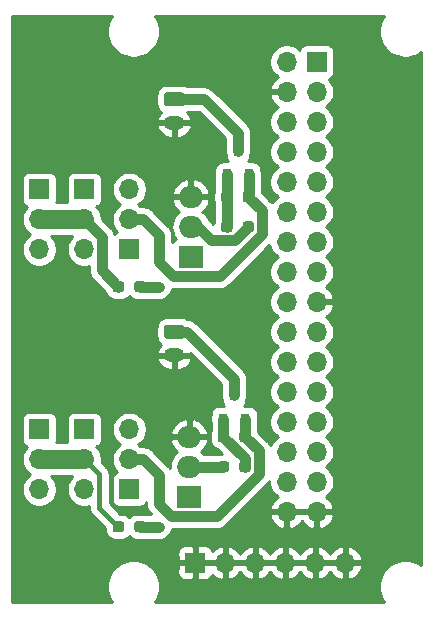
<source format=gbr>
G04 #@! TF.GenerationSoftware,KiCad,Pcbnew,(5.1.9)-1*
G04 #@! TF.CreationDate,2021-11-12T16:09:24-07:00*
G04 #@! TF.ProjectId,ABSIS_Nano_Relay_Module,41425349-535f-44e6-916e-6f5f52656c61,1*
G04 #@! TF.SameCoordinates,Original*
G04 #@! TF.FileFunction,Copper,L1,Top*
G04 #@! TF.FilePolarity,Positive*
%FSLAX46Y46*%
G04 Gerber Fmt 4.6, Leading zero omitted, Abs format (unit mm)*
G04 Created by KiCad (PCBNEW (5.1.9)-1) date 2021-11-12 16:09:24*
%MOMM*%
%LPD*%
G01*
G04 APERTURE LIST*
G04 #@! TA.AperFunction,ComponentPad*
%ADD10O,1.700000X1.700000*%
G04 #@! TD*
G04 #@! TA.AperFunction,ComponentPad*
%ADD11R,1.700000X1.700000*%
G04 #@! TD*
G04 #@! TA.AperFunction,ComponentPad*
%ADD12O,2.000000X1.905000*%
G04 #@! TD*
G04 #@! TA.AperFunction,ComponentPad*
%ADD13R,2.000000X1.905000*%
G04 #@! TD*
G04 #@! TA.AperFunction,SMDPad,CuDef*
%ADD14R,0.800000X0.900000*%
G04 #@! TD*
G04 #@! TA.AperFunction,ComponentPad*
%ADD15O,1.750000X1.200000*%
G04 #@! TD*
G04 #@! TA.AperFunction,ViaPad*
%ADD16C,0.600000*%
G04 #@! TD*
G04 #@! TA.AperFunction,Conductor*
%ADD17C,0.914400*%
G04 #@! TD*
G04 #@! TA.AperFunction,Conductor*
%ADD18C,1.625600*%
G04 #@! TD*
G04 #@! TA.AperFunction,Conductor*
%ADD19C,0.457200*%
G04 #@! TD*
G04 #@! TA.AperFunction,Conductor*
%ADD20C,0.254000*%
G04 #@! TD*
G04 #@! TA.AperFunction,Conductor*
%ADD21C,0.100000*%
G04 #@! TD*
G04 APERTURE END LIST*
D10*
X128625000Y-104605000D03*
X128625000Y-102065000D03*
D11*
X128625000Y-99525000D03*
D10*
X124815000Y-104605000D03*
X124815000Y-102065000D03*
D11*
X124815000Y-99525000D03*
D10*
X128625000Y-84285000D03*
X128625000Y-81745000D03*
D11*
X128625000Y-79205000D03*
D10*
X124815000Y-84285000D03*
X124815000Y-81745000D03*
D11*
X124815000Y-79205000D03*
G04 #@! TA.AperFunction,SMDPad,CuDef*
G36*
G01*
X132860000Y-108017500D02*
X132860000Y-107542500D01*
G75*
G02*
X133097500Y-107305000I237500J0D01*
G01*
X133597500Y-107305000D01*
G75*
G02*
X133835000Y-107542500I0J-237500D01*
G01*
X133835000Y-108017500D01*
G75*
G02*
X133597500Y-108255000I-237500J0D01*
G01*
X133097500Y-108255000D01*
G75*
G02*
X132860000Y-108017500I0J237500D01*
G01*
G37*
G04 #@! TD.AperFunction*
G04 #@! TA.AperFunction,SMDPad,CuDef*
G36*
G01*
X131035000Y-108017500D02*
X131035000Y-107542500D01*
G75*
G02*
X131272500Y-107305000I237500J0D01*
G01*
X131772500Y-107305000D01*
G75*
G02*
X132010000Y-107542500I0J-237500D01*
G01*
X132010000Y-108017500D01*
G75*
G02*
X131772500Y-108255000I-237500J0D01*
G01*
X131272500Y-108255000D01*
G75*
G02*
X131035000Y-108017500I0J237500D01*
G01*
G37*
G04 #@! TD.AperFunction*
G04 #@! TA.AperFunction,SMDPad,CuDef*
G36*
G01*
X140900000Y-102462500D02*
X140900000Y-102937500D01*
G75*
G02*
X140662500Y-103175000I-237500J0D01*
G01*
X140162500Y-103175000D01*
G75*
G02*
X139925000Y-102937500I0J237500D01*
G01*
X139925000Y-102462500D01*
G75*
G02*
X140162500Y-102225000I237500J0D01*
G01*
X140662500Y-102225000D01*
G75*
G02*
X140900000Y-102462500I0J-237500D01*
G01*
G37*
G04 #@! TD.AperFunction*
G04 #@! TA.AperFunction,SMDPad,CuDef*
G36*
G01*
X142725000Y-102462500D02*
X142725000Y-102937500D01*
G75*
G02*
X142487500Y-103175000I-237500J0D01*
G01*
X141987500Y-103175000D01*
G75*
G02*
X141750000Y-102937500I0J237500D01*
G01*
X141750000Y-102462500D01*
G75*
G02*
X141987500Y-102225000I237500J0D01*
G01*
X142487500Y-102225000D01*
G75*
G02*
X142725000Y-102462500I0J-237500D01*
G01*
G37*
G04 #@! TD.AperFunction*
G04 #@! TA.AperFunction,SMDPad,CuDef*
G36*
G01*
X141750000Y-100397500D02*
X141750000Y-99922500D01*
G75*
G02*
X141987500Y-99685000I237500J0D01*
G01*
X142487500Y-99685000D01*
G75*
G02*
X142725000Y-99922500I0J-237500D01*
G01*
X142725000Y-100397500D01*
G75*
G02*
X142487500Y-100635000I-237500J0D01*
G01*
X141987500Y-100635000D01*
G75*
G02*
X141750000Y-100397500I0J237500D01*
G01*
G37*
G04 #@! TD.AperFunction*
G04 #@! TA.AperFunction,SMDPad,CuDef*
G36*
G01*
X139925000Y-100397500D02*
X139925000Y-99922500D01*
G75*
G02*
X140162500Y-99685000I237500J0D01*
G01*
X140662500Y-99685000D01*
G75*
G02*
X140900000Y-99922500I0J-237500D01*
G01*
X140900000Y-100397500D01*
G75*
G02*
X140662500Y-100635000I-237500J0D01*
G01*
X140162500Y-100635000D01*
G75*
G02*
X139925000Y-100397500I0J237500D01*
G01*
G37*
G04 #@! TD.AperFunction*
G04 #@! TA.AperFunction,SMDPad,CuDef*
G36*
G01*
X132860000Y-87697500D02*
X132860000Y-87222500D01*
G75*
G02*
X133097500Y-86985000I237500J0D01*
G01*
X133597500Y-86985000D01*
G75*
G02*
X133835000Y-87222500I0J-237500D01*
G01*
X133835000Y-87697500D01*
G75*
G02*
X133597500Y-87935000I-237500J0D01*
G01*
X133097500Y-87935000D01*
G75*
G02*
X132860000Y-87697500I0J237500D01*
G01*
G37*
G04 #@! TD.AperFunction*
G04 #@! TA.AperFunction,SMDPad,CuDef*
G36*
G01*
X131035000Y-87697500D02*
X131035000Y-87222500D01*
G75*
G02*
X131272500Y-86985000I237500J0D01*
G01*
X131772500Y-86985000D01*
G75*
G02*
X132010000Y-87222500I0J-237500D01*
G01*
X132010000Y-87697500D01*
G75*
G02*
X131772500Y-87935000I-237500J0D01*
G01*
X131272500Y-87935000D01*
G75*
G02*
X131035000Y-87697500I0J237500D01*
G01*
G37*
G04 #@! TD.AperFunction*
G04 #@! TA.AperFunction,SMDPad,CuDef*
G36*
G01*
X142027500Y-80077500D02*
X142027500Y-79602500D01*
G75*
G02*
X142265000Y-79365000I237500J0D01*
G01*
X142765000Y-79365000D01*
G75*
G02*
X143002500Y-79602500I0J-237500D01*
G01*
X143002500Y-80077500D01*
G75*
G02*
X142765000Y-80315000I-237500J0D01*
G01*
X142265000Y-80315000D01*
G75*
G02*
X142027500Y-80077500I0J237500D01*
G01*
G37*
G04 #@! TD.AperFunction*
G04 #@! TA.AperFunction,SMDPad,CuDef*
G36*
G01*
X140202500Y-80077500D02*
X140202500Y-79602500D01*
G75*
G02*
X140440000Y-79365000I237500J0D01*
G01*
X140940000Y-79365000D01*
G75*
G02*
X141177500Y-79602500I0J-237500D01*
G01*
X141177500Y-80077500D01*
G75*
G02*
X140940000Y-80315000I-237500J0D01*
G01*
X140440000Y-80315000D01*
G75*
G02*
X140202500Y-80077500I0J237500D01*
G01*
G37*
G04 #@! TD.AperFunction*
G04 #@! TA.AperFunction,SMDPad,CuDef*
G36*
G01*
X142027500Y-82617500D02*
X142027500Y-82142500D01*
G75*
G02*
X142265000Y-81905000I237500J0D01*
G01*
X142765000Y-81905000D01*
G75*
G02*
X143002500Y-82142500I0J-237500D01*
G01*
X143002500Y-82617500D01*
G75*
G02*
X142765000Y-82855000I-237500J0D01*
G01*
X142265000Y-82855000D01*
G75*
G02*
X142027500Y-82617500I0J237500D01*
G01*
G37*
G04 #@! TD.AperFunction*
G04 #@! TA.AperFunction,SMDPad,CuDef*
G36*
G01*
X140202500Y-82617500D02*
X140202500Y-82142500D01*
G75*
G02*
X140440000Y-81905000I237500J0D01*
G01*
X140940000Y-81905000D01*
G75*
G02*
X141177500Y-82142500I0J-237500D01*
G01*
X141177500Y-82617500D01*
G75*
G02*
X140940000Y-82855000I-237500J0D01*
G01*
X140440000Y-82855000D01*
G75*
G02*
X140202500Y-82617500I0J237500D01*
G01*
G37*
G04 #@! TD.AperFunction*
D12*
X137515000Y-100160000D03*
X137515000Y-102700000D03*
D13*
X137515000Y-105240000D03*
D14*
X141325000Y-96620000D03*
X142275000Y-98620000D03*
X140375000Y-98620000D03*
X141640000Y-75935000D03*
X142590000Y-77935000D03*
X140690000Y-77935000D03*
D12*
X137642000Y-79840000D03*
X137642000Y-82380000D03*
D13*
X137642000Y-84920000D03*
D10*
X132435000Y-99525000D03*
X132435000Y-102065000D03*
D11*
X132435000Y-104605000D03*
D10*
X132435000Y-79205000D03*
X132435000Y-81745000D03*
D11*
X132435000Y-84285000D03*
D15*
X136245000Y-93270000D03*
G04 #@! TA.AperFunction,ComponentPad*
G36*
G01*
X135619999Y-90670000D02*
X136870001Y-90670000D01*
G75*
G02*
X137120000Y-90919999I0J-249999D01*
G01*
X137120000Y-91620001D01*
G75*
G02*
X136870001Y-91870000I-249999J0D01*
G01*
X135619999Y-91870000D01*
G75*
G02*
X135370000Y-91620001I0J249999D01*
G01*
X135370000Y-90919999D01*
G75*
G02*
X135619999Y-90670000I249999J0D01*
G01*
G37*
G04 #@! TD.AperFunction*
X136245000Y-73585000D03*
G04 #@! TA.AperFunction,ComponentPad*
G36*
G01*
X135619999Y-70985000D02*
X136870001Y-70985000D01*
G75*
G02*
X137120000Y-71234999I0J-249999D01*
G01*
X137120000Y-71935001D01*
G75*
G02*
X136870001Y-72185000I-249999J0D01*
G01*
X135619999Y-72185000D01*
G75*
G02*
X135370000Y-71935001I0J249999D01*
G01*
X135370000Y-71234999D01*
G75*
G02*
X135619999Y-70985000I249999J0D01*
G01*
G37*
G04 #@! TD.AperFunction*
D10*
X150710000Y-110810000D03*
X148170000Y-110810000D03*
X145630000Y-110810000D03*
X143090000Y-110810000D03*
X140550000Y-110810000D03*
D11*
X138010000Y-110810000D03*
D10*
X145770000Y-106510000D03*
X148310000Y-106510000D03*
X145770000Y-103970000D03*
X148310000Y-103970000D03*
X145770000Y-101430000D03*
X148310000Y-101430000D03*
X145770000Y-98890000D03*
X148310000Y-98890000D03*
X145770000Y-96350000D03*
X148310000Y-96350000D03*
X145770000Y-93810000D03*
X148310000Y-93810000D03*
X145770000Y-91270000D03*
X148310000Y-91270000D03*
X145770000Y-88730000D03*
X148310000Y-88730000D03*
X145770000Y-86190000D03*
X148310000Y-86190000D03*
X145770000Y-83650000D03*
X148310000Y-83650000D03*
X145770000Y-81110000D03*
X148310000Y-81110000D03*
X145770000Y-78570000D03*
X148310000Y-78570000D03*
X145770000Y-76030000D03*
X148310000Y-76030000D03*
X145770000Y-73490000D03*
X148310000Y-73490000D03*
X145770000Y-70950000D03*
X148310000Y-70950000D03*
X145770000Y-68410000D03*
D11*
X148310000Y-68410000D03*
D16*
X134975000Y-87486911D03*
X134975000Y-107780000D03*
D17*
X141640000Y-75935000D02*
X141640000Y-74440000D01*
X138785000Y-71585000D02*
X136245000Y-71585000D01*
X141640000Y-74440000D02*
X138785000Y-71585000D01*
X137339400Y-91270000D02*
X136245000Y-91270000D01*
X141325000Y-95255600D02*
X137339400Y-91270000D01*
X141325000Y-96620000D02*
X141325000Y-95255600D01*
X142590000Y-79765000D02*
X142515000Y-79840000D01*
X142590000Y-77935000D02*
X142590000Y-79765000D01*
X140118113Y-86529701D02*
X136116239Y-86529701D01*
X143659710Y-82988104D02*
X140118113Y-86529701D01*
X143659710Y-80984710D02*
X143659710Y-82988104D01*
X136116239Y-86529701D02*
X134975000Y-85388462D01*
X142515000Y-79840000D02*
X143659710Y-80984710D01*
X133637081Y-81745000D02*
X132435000Y-81745000D01*
X134975000Y-83082919D02*
X133637081Y-81745000D01*
X134975000Y-85388462D02*
X134975000Y-83082919D01*
X142237500Y-98657500D02*
X142275000Y-98620000D01*
X142237500Y-100160000D02*
X142237500Y-98657500D01*
X139840613Y-106849701D02*
X135989239Y-106849701D01*
X143382210Y-103308104D02*
X139840613Y-106849701D01*
X143382210Y-101304710D02*
X143382210Y-103308104D01*
X135989239Y-106849701D02*
X134975000Y-105835462D01*
X142237500Y-100160000D02*
X143382210Y-101304710D01*
X133637081Y-102065000D02*
X132435000Y-102065000D01*
X134975000Y-103402919D02*
X133637081Y-102065000D01*
X134975000Y-105835462D02*
X134975000Y-103402919D01*
X138237462Y-82380000D02*
X137642000Y-82380000D01*
X139369672Y-83512210D02*
X138237462Y-82380000D01*
X141382790Y-83512210D02*
X139369672Y-83512210D01*
X142515000Y-82380000D02*
X141382790Y-83512210D01*
X133347500Y-87460000D02*
X134948089Y-87460000D01*
X134948089Y-87460000D02*
X134975000Y-87486911D01*
X140690000Y-77935000D02*
X140690000Y-79840000D01*
X140690000Y-79840000D02*
X140690000Y-82380000D01*
X142237500Y-101985000D02*
X140412500Y-100160000D01*
X142237500Y-102700000D02*
X142237500Y-101985000D01*
X140412500Y-98657500D02*
X140375000Y-98620000D01*
X140412500Y-100160000D02*
X140412500Y-98657500D01*
X137515000Y-102700000D02*
X140412500Y-102700000D01*
X134975000Y-107780000D02*
X133347500Y-107780000D01*
D18*
X124815000Y-81745000D02*
X128625000Y-81745000D01*
D17*
X130132201Y-86069701D02*
X131522500Y-87460000D01*
X130132201Y-83252201D02*
X130132201Y-86069701D01*
X128625000Y-81745000D02*
X130132201Y-83252201D01*
D18*
X124815000Y-102065000D02*
X128625000Y-102065000D01*
D19*
X129903601Y-106161101D02*
X131522500Y-107780000D01*
X129903601Y-103343601D02*
X129903601Y-106161101D01*
X128625000Y-102065000D02*
X129903601Y-103343601D01*
D20*
X130829369Y-64751331D02*
X130660890Y-65158075D01*
X130575000Y-65589872D01*
X130575000Y-66030128D01*
X130660890Y-66461925D01*
X130829369Y-66868669D01*
X131073962Y-67234729D01*
X131385271Y-67546038D01*
X131751331Y-67790631D01*
X132158075Y-67959110D01*
X132589872Y-68045000D01*
X133030128Y-68045000D01*
X133461925Y-67959110D01*
X133868669Y-67790631D01*
X134234729Y-67546038D01*
X134546038Y-67234729D01*
X134790631Y-66868669D01*
X134959110Y-66461925D01*
X135045000Y-66030128D01*
X135045000Y-65589872D01*
X134959110Y-65158075D01*
X134790631Y-64751331D01*
X134619356Y-64495000D01*
X154000644Y-64495000D01*
X153829369Y-64751331D01*
X153660890Y-65158075D01*
X153575000Y-65589872D01*
X153575000Y-66030128D01*
X153660890Y-66461925D01*
X153829369Y-66868669D01*
X154073962Y-67234729D01*
X154385271Y-67546038D01*
X154751331Y-67790631D01*
X155158075Y-67959110D01*
X155589872Y-68045000D01*
X156030128Y-68045000D01*
X156461925Y-67959110D01*
X156868669Y-67790631D01*
X157125001Y-67619356D01*
X157125000Y-111000644D01*
X156868669Y-110829369D01*
X156461925Y-110660890D01*
X156030128Y-110575000D01*
X155589872Y-110575000D01*
X155158075Y-110660890D01*
X154751331Y-110829369D01*
X154385271Y-111073962D01*
X154073962Y-111385271D01*
X153829369Y-111751331D01*
X153660890Y-112158075D01*
X153575000Y-112589872D01*
X153575000Y-113030128D01*
X153660890Y-113461925D01*
X153829369Y-113868669D01*
X154000644Y-114125000D01*
X134619356Y-114125000D01*
X134790631Y-113868669D01*
X134959110Y-113461925D01*
X135045000Y-113030128D01*
X135045000Y-112589872D01*
X134959110Y-112158075D01*
X134790631Y-111751331D01*
X134729606Y-111660000D01*
X136521928Y-111660000D01*
X136534188Y-111784482D01*
X136570498Y-111904180D01*
X136629463Y-112014494D01*
X136708815Y-112111185D01*
X136805506Y-112190537D01*
X136915820Y-112249502D01*
X137035518Y-112285812D01*
X137160000Y-112298072D01*
X137724250Y-112295000D01*
X137883000Y-112136250D01*
X137883000Y-110937000D01*
X138137000Y-110937000D01*
X138137000Y-112136250D01*
X138295750Y-112295000D01*
X138860000Y-112298072D01*
X138984482Y-112285812D01*
X139104180Y-112249502D01*
X139214494Y-112190537D01*
X139311185Y-112111185D01*
X139390537Y-112014494D01*
X139449502Y-111904180D01*
X139473966Y-111823534D01*
X139549731Y-111907588D01*
X139783080Y-112081641D01*
X140045901Y-112206825D01*
X140193110Y-112251476D01*
X140423000Y-112130155D01*
X140423000Y-110937000D01*
X140677000Y-110937000D01*
X140677000Y-112130155D01*
X140906890Y-112251476D01*
X141054099Y-112206825D01*
X141316920Y-112081641D01*
X141550269Y-111907588D01*
X141745178Y-111691355D01*
X141820000Y-111565745D01*
X141894822Y-111691355D01*
X142089731Y-111907588D01*
X142323080Y-112081641D01*
X142585901Y-112206825D01*
X142733110Y-112251476D01*
X142963000Y-112130155D01*
X142963000Y-110937000D01*
X143217000Y-110937000D01*
X143217000Y-112130155D01*
X143446890Y-112251476D01*
X143594099Y-112206825D01*
X143856920Y-112081641D01*
X144090269Y-111907588D01*
X144285178Y-111691355D01*
X144360000Y-111565745D01*
X144434822Y-111691355D01*
X144629731Y-111907588D01*
X144863080Y-112081641D01*
X145125901Y-112206825D01*
X145273110Y-112251476D01*
X145503000Y-112130155D01*
X145503000Y-110937000D01*
X145757000Y-110937000D01*
X145757000Y-112130155D01*
X145986890Y-112251476D01*
X146134099Y-112206825D01*
X146396920Y-112081641D01*
X146630269Y-111907588D01*
X146825178Y-111691355D01*
X146900000Y-111565745D01*
X146974822Y-111691355D01*
X147169731Y-111907588D01*
X147403080Y-112081641D01*
X147665901Y-112206825D01*
X147813110Y-112251476D01*
X148043000Y-112130155D01*
X148043000Y-110937000D01*
X148297000Y-110937000D01*
X148297000Y-112130155D01*
X148526890Y-112251476D01*
X148674099Y-112206825D01*
X148936920Y-112081641D01*
X149170269Y-111907588D01*
X149365178Y-111691355D01*
X149440000Y-111565745D01*
X149514822Y-111691355D01*
X149709731Y-111907588D01*
X149943080Y-112081641D01*
X150205901Y-112206825D01*
X150353110Y-112251476D01*
X150583000Y-112130155D01*
X150583000Y-110937000D01*
X150837000Y-110937000D01*
X150837000Y-112130155D01*
X151066890Y-112251476D01*
X151214099Y-112206825D01*
X151476920Y-112081641D01*
X151710269Y-111907588D01*
X151905178Y-111691355D01*
X152054157Y-111441252D01*
X152151481Y-111166891D01*
X152030814Y-110937000D01*
X150837000Y-110937000D01*
X150583000Y-110937000D01*
X148297000Y-110937000D01*
X148043000Y-110937000D01*
X145757000Y-110937000D01*
X145503000Y-110937000D01*
X143217000Y-110937000D01*
X142963000Y-110937000D01*
X140677000Y-110937000D01*
X140423000Y-110937000D01*
X138137000Y-110937000D01*
X137883000Y-110937000D01*
X136683750Y-110937000D01*
X136525000Y-111095750D01*
X136521928Y-111660000D01*
X134729606Y-111660000D01*
X134546038Y-111385271D01*
X134234729Y-111073962D01*
X133868669Y-110829369D01*
X133461925Y-110660890D01*
X133030128Y-110575000D01*
X132589872Y-110575000D01*
X132158075Y-110660890D01*
X131751331Y-110829369D01*
X131385271Y-111073962D01*
X131073962Y-111385271D01*
X130829369Y-111751331D01*
X130660890Y-112158075D01*
X130575000Y-112589872D01*
X130575000Y-113030128D01*
X130660890Y-113461925D01*
X130829369Y-113868669D01*
X131000644Y-114125000D01*
X122495000Y-114125000D01*
X122495000Y-109960000D01*
X136521928Y-109960000D01*
X136525000Y-110524250D01*
X136683750Y-110683000D01*
X137883000Y-110683000D01*
X137883000Y-109483750D01*
X138137000Y-109483750D01*
X138137000Y-110683000D01*
X140423000Y-110683000D01*
X140423000Y-109489845D01*
X140677000Y-109489845D01*
X140677000Y-110683000D01*
X142963000Y-110683000D01*
X142963000Y-109489845D01*
X143217000Y-109489845D01*
X143217000Y-110683000D01*
X145503000Y-110683000D01*
X145503000Y-109489845D01*
X145757000Y-109489845D01*
X145757000Y-110683000D01*
X148043000Y-110683000D01*
X148043000Y-109489845D01*
X148297000Y-109489845D01*
X148297000Y-110683000D01*
X150583000Y-110683000D01*
X150583000Y-109489845D01*
X150837000Y-109489845D01*
X150837000Y-110683000D01*
X152030814Y-110683000D01*
X152151481Y-110453109D01*
X152054157Y-110178748D01*
X151905178Y-109928645D01*
X151710269Y-109712412D01*
X151476920Y-109538359D01*
X151214099Y-109413175D01*
X151066890Y-109368524D01*
X150837000Y-109489845D01*
X150583000Y-109489845D01*
X150353110Y-109368524D01*
X150205901Y-109413175D01*
X149943080Y-109538359D01*
X149709731Y-109712412D01*
X149514822Y-109928645D01*
X149440000Y-110054255D01*
X149365178Y-109928645D01*
X149170269Y-109712412D01*
X148936920Y-109538359D01*
X148674099Y-109413175D01*
X148526890Y-109368524D01*
X148297000Y-109489845D01*
X148043000Y-109489845D01*
X147813110Y-109368524D01*
X147665901Y-109413175D01*
X147403080Y-109538359D01*
X147169731Y-109712412D01*
X146974822Y-109928645D01*
X146900000Y-110054255D01*
X146825178Y-109928645D01*
X146630269Y-109712412D01*
X146396920Y-109538359D01*
X146134099Y-109413175D01*
X145986890Y-109368524D01*
X145757000Y-109489845D01*
X145503000Y-109489845D01*
X145273110Y-109368524D01*
X145125901Y-109413175D01*
X144863080Y-109538359D01*
X144629731Y-109712412D01*
X144434822Y-109928645D01*
X144360000Y-110054255D01*
X144285178Y-109928645D01*
X144090269Y-109712412D01*
X143856920Y-109538359D01*
X143594099Y-109413175D01*
X143446890Y-109368524D01*
X143217000Y-109489845D01*
X142963000Y-109489845D01*
X142733110Y-109368524D01*
X142585901Y-109413175D01*
X142323080Y-109538359D01*
X142089731Y-109712412D01*
X141894822Y-109928645D01*
X141820000Y-110054255D01*
X141745178Y-109928645D01*
X141550269Y-109712412D01*
X141316920Y-109538359D01*
X141054099Y-109413175D01*
X140906890Y-109368524D01*
X140677000Y-109489845D01*
X140423000Y-109489845D01*
X140193110Y-109368524D01*
X140045901Y-109413175D01*
X139783080Y-109538359D01*
X139549731Y-109712412D01*
X139473966Y-109796466D01*
X139449502Y-109715820D01*
X139390537Y-109605506D01*
X139311185Y-109508815D01*
X139214494Y-109429463D01*
X139104180Y-109370498D01*
X138984482Y-109334188D01*
X138860000Y-109321928D01*
X138295750Y-109325000D01*
X138137000Y-109483750D01*
X137883000Y-109483750D01*
X137724250Y-109325000D01*
X137160000Y-109321928D01*
X137035518Y-109334188D01*
X136915820Y-109370498D01*
X136805506Y-109429463D01*
X136708815Y-109508815D01*
X136629463Y-109605506D01*
X136570498Y-109715820D01*
X136534188Y-109835518D01*
X136521928Y-109960000D01*
X122495000Y-109960000D01*
X122495000Y-93587609D01*
X134776538Y-93587609D01*
X134780409Y-93625282D01*
X134872579Y-93850533D01*
X135006922Y-94053474D01*
X135178275Y-94226307D01*
X135380054Y-94362390D01*
X135604504Y-94456493D01*
X135843000Y-94505000D01*
X136118000Y-94505000D01*
X136118000Y-93397000D01*
X136372000Y-93397000D01*
X136372000Y-94505000D01*
X136647000Y-94505000D01*
X136885496Y-94456493D01*
X137109946Y-94362390D01*
X137311725Y-94226307D01*
X137483078Y-94053474D01*
X137617421Y-93850533D01*
X137709591Y-93625282D01*
X137713462Y-93587609D01*
X137588731Y-93397000D01*
X136372000Y-93397000D01*
X136118000Y-93397000D01*
X134901269Y-93397000D01*
X134776538Y-93587609D01*
X122495000Y-93587609D01*
X122495000Y-78355000D01*
X123326928Y-78355000D01*
X123326928Y-80055000D01*
X123339188Y-80179482D01*
X123375498Y-80299180D01*
X123434463Y-80409494D01*
X123513815Y-80506185D01*
X123610506Y-80585537D01*
X123720820Y-80644502D01*
X123793380Y-80666513D01*
X123661525Y-80798368D01*
X123499010Y-81041589D01*
X123387068Y-81311842D01*
X123330000Y-81598740D01*
X123330000Y-81891260D01*
X123387068Y-82178158D01*
X123499010Y-82448411D01*
X123661525Y-82691632D01*
X123868368Y-82898475D01*
X124042760Y-83015000D01*
X123868368Y-83131525D01*
X123661525Y-83338368D01*
X123499010Y-83581589D01*
X123387068Y-83851842D01*
X123330000Y-84138740D01*
X123330000Y-84431260D01*
X123387068Y-84718158D01*
X123499010Y-84988411D01*
X123661525Y-85231632D01*
X123868368Y-85438475D01*
X124111589Y-85600990D01*
X124381842Y-85712932D01*
X124668740Y-85770000D01*
X124961260Y-85770000D01*
X125248158Y-85712932D01*
X125518411Y-85600990D01*
X125761632Y-85438475D01*
X125968475Y-85231632D01*
X126130990Y-84988411D01*
X126242932Y-84718158D01*
X126300000Y-84431260D01*
X126300000Y-84138740D01*
X126242932Y-83851842D01*
X126130990Y-83581589D01*
X125968475Y-83338368D01*
X125822907Y-83192800D01*
X127617093Y-83192800D01*
X127471525Y-83338368D01*
X127309010Y-83581589D01*
X127197068Y-83851842D01*
X127140000Y-84138740D01*
X127140000Y-84431260D01*
X127197068Y-84718158D01*
X127309010Y-84988411D01*
X127471525Y-85231632D01*
X127678368Y-85438475D01*
X127921589Y-85600990D01*
X128191842Y-85712932D01*
X128478740Y-85770000D01*
X128771260Y-85770000D01*
X129040002Y-85716544D01*
X129040002Y-86016050D01*
X129034718Y-86069701D01*
X129055805Y-86283810D01*
X129118258Y-86489689D01*
X129139645Y-86529701D01*
X129219677Y-86679430D01*
X129356164Y-86845739D01*
X129397833Y-86879936D01*
X130425744Y-87907848D01*
X130463577Y-88032567D01*
X130544488Y-88183942D01*
X130653377Y-88316623D01*
X130786058Y-88425512D01*
X130937433Y-88506423D01*
X131101684Y-88556248D01*
X131272500Y-88573072D01*
X131772500Y-88573072D01*
X131943316Y-88556248D01*
X132107567Y-88506423D01*
X132258942Y-88425512D01*
X132391623Y-88316623D01*
X132435000Y-88263768D01*
X132478377Y-88316623D01*
X132611058Y-88425512D01*
X132762433Y-88506423D01*
X132926684Y-88556248D01*
X133097500Y-88573072D01*
X133597500Y-88573072D01*
X133768316Y-88556248D01*
X133781660Y-88552200D01*
X134724276Y-88552200D01*
X134760891Y-88563307D01*
X134975000Y-88584394D01*
X135189109Y-88563307D01*
X135394988Y-88500854D01*
X135584729Y-88399435D01*
X135751038Y-88262949D01*
X135887524Y-88096640D01*
X135988943Y-87906899D01*
X136051396Y-87701020D01*
X136059221Y-87621569D01*
X136062590Y-87621901D01*
X136062598Y-87621901D01*
X136116239Y-87627184D01*
X136169880Y-87621901D01*
X140064472Y-87621901D01*
X140118113Y-87627184D01*
X140171754Y-87621901D01*
X140171762Y-87621901D01*
X140332222Y-87606097D01*
X140538102Y-87543644D01*
X140727842Y-87442226D01*
X140894151Y-87305739D01*
X140928353Y-87264064D01*
X144303442Y-83888976D01*
X144342068Y-84083158D01*
X144454010Y-84353411D01*
X144616525Y-84596632D01*
X144823368Y-84803475D01*
X144997760Y-84920000D01*
X144823368Y-85036525D01*
X144616525Y-85243368D01*
X144454010Y-85486589D01*
X144342068Y-85756842D01*
X144285000Y-86043740D01*
X144285000Y-86336260D01*
X144342068Y-86623158D01*
X144454010Y-86893411D01*
X144616525Y-87136632D01*
X144823368Y-87343475D01*
X144997760Y-87460000D01*
X144823368Y-87576525D01*
X144616525Y-87783368D01*
X144454010Y-88026589D01*
X144342068Y-88296842D01*
X144285000Y-88583740D01*
X144285000Y-88876260D01*
X144342068Y-89163158D01*
X144454010Y-89433411D01*
X144616525Y-89676632D01*
X144823368Y-89883475D01*
X144997760Y-90000000D01*
X144823368Y-90116525D01*
X144616525Y-90323368D01*
X144454010Y-90566589D01*
X144342068Y-90836842D01*
X144285000Y-91123740D01*
X144285000Y-91416260D01*
X144342068Y-91703158D01*
X144454010Y-91973411D01*
X144616525Y-92216632D01*
X144823368Y-92423475D01*
X144997760Y-92540000D01*
X144823368Y-92656525D01*
X144616525Y-92863368D01*
X144454010Y-93106589D01*
X144342068Y-93376842D01*
X144285000Y-93663740D01*
X144285000Y-93956260D01*
X144342068Y-94243158D01*
X144454010Y-94513411D01*
X144616525Y-94756632D01*
X144823368Y-94963475D01*
X144997760Y-95080000D01*
X144823368Y-95196525D01*
X144616525Y-95403368D01*
X144454010Y-95646589D01*
X144342068Y-95916842D01*
X144285000Y-96203740D01*
X144285000Y-96496260D01*
X144342068Y-96783158D01*
X144454010Y-97053411D01*
X144616525Y-97296632D01*
X144823368Y-97503475D01*
X144997760Y-97620000D01*
X144823368Y-97736525D01*
X144616525Y-97943368D01*
X144454010Y-98186589D01*
X144342068Y-98456842D01*
X144285000Y-98743740D01*
X144285000Y-99036260D01*
X144342068Y-99323158D01*
X144454010Y-99593411D01*
X144616525Y-99836632D01*
X144823368Y-100043475D01*
X144997760Y-100160000D01*
X144823368Y-100276525D01*
X144616525Y-100483368D01*
X144454010Y-100726589D01*
X144391847Y-100876665D01*
X144294735Y-100694981D01*
X144247207Y-100637068D01*
X144192447Y-100570343D01*
X144192445Y-100570341D01*
X144158248Y-100528672D01*
X144116578Y-100494474D01*
X143334256Y-99712153D01*
X143329700Y-99697133D01*
X143329700Y-98905631D01*
X143351396Y-98834109D01*
X143372483Y-98620001D01*
X143351396Y-98405891D01*
X143313072Y-98279554D01*
X143313072Y-98170000D01*
X143300812Y-98045518D01*
X143264502Y-97925820D01*
X143205537Y-97815506D01*
X143126185Y-97718815D01*
X143029494Y-97639463D01*
X142919180Y-97580498D01*
X142799482Y-97544188D01*
X142675000Y-97531928D01*
X142370555Y-97531928D01*
X142274999Y-97522517D01*
X142179444Y-97531928D01*
X142163095Y-97531928D01*
X142176185Y-97521185D01*
X142255537Y-97424494D01*
X142314502Y-97314180D01*
X142350812Y-97194482D01*
X142363072Y-97070000D01*
X142363072Y-96960446D01*
X142401396Y-96834109D01*
X142417200Y-96673649D01*
X142417200Y-95309241D01*
X142422483Y-95255600D01*
X142417200Y-95201959D01*
X142417200Y-95201951D01*
X142401396Y-95041491D01*
X142338943Y-94835611D01*
X142237525Y-94645871D01*
X142101038Y-94479562D01*
X142059369Y-94445365D01*
X138149640Y-90535637D01*
X138115438Y-90493962D01*
X137949129Y-90357475D01*
X137759389Y-90256057D01*
X137553509Y-90193604D01*
X137393049Y-90177800D01*
X137393041Y-90177800D01*
X137347985Y-90173363D01*
X137209851Y-90099528D01*
X137043255Y-90048992D01*
X136870001Y-90031928D01*
X135619999Y-90031928D01*
X135446745Y-90048992D01*
X135280149Y-90099528D01*
X135126613Y-90181595D01*
X134992038Y-90292038D01*
X134881595Y-90426613D01*
X134799528Y-90580149D01*
X134748992Y-90746745D01*
X134731928Y-90919999D01*
X134731928Y-91620001D01*
X134748992Y-91793255D01*
X134799528Y-91959851D01*
X134881595Y-92113387D01*
X134992038Y-92247962D01*
X135126613Y-92358405D01*
X135131406Y-92360967D01*
X135006922Y-92486526D01*
X134872579Y-92689467D01*
X134780409Y-92914718D01*
X134776538Y-92952391D01*
X134901269Y-93143000D01*
X136118000Y-93143000D01*
X136118000Y-93123000D01*
X136372000Y-93123000D01*
X136372000Y-93143000D01*
X137588731Y-93143000D01*
X137620005Y-93095208D01*
X140232800Y-95708004D01*
X140232800Y-96673648D01*
X140248604Y-96834108D01*
X140286928Y-96960445D01*
X140286928Y-97070000D01*
X140299188Y-97194482D01*
X140335498Y-97314180D01*
X140394463Y-97424494D01*
X140473815Y-97521185D01*
X140486905Y-97531928D01*
X140470556Y-97531928D01*
X140375000Y-97522517D01*
X140279444Y-97531928D01*
X139975000Y-97531928D01*
X139850518Y-97544188D01*
X139730820Y-97580498D01*
X139620506Y-97639463D01*
X139523815Y-97718815D01*
X139444463Y-97815506D01*
X139385498Y-97925820D01*
X139349188Y-98045518D01*
X139336928Y-98170000D01*
X139336928Y-98279554D01*
X139298604Y-98405891D01*
X139277517Y-98620000D01*
X139298604Y-98834109D01*
X139320300Y-98905631D01*
X139320300Y-99697133D01*
X139303752Y-99751684D01*
X139286928Y-99922500D01*
X139286928Y-100397500D01*
X139303752Y-100568316D01*
X139353577Y-100732567D01*
X139434488Y-100883942D01*
X139543377Y-101016623D01*
X139676058Y-101125512D01*
X139827433Y-101206423D01*
X139952153Y-101244256D01*
X140294825Y-101586928D01*
X140162500Y-101586928D01*
X139991684Y-101603752D01*
X139978340Y-101607800D01*
X138719813Y-101607800D01*
X138690463Y-101572037D01*
X138511101Y-101424837D01*
X138696315Y-101269437D01*
X138890969Y-101026923D01*
X139034571Y-100751094D01*
X139105563Y-100532980D01*
X138985594Y-100287000D01*
X137642000Y-100287000D01*
X137642000Y-100307000D01*
X137388000Y-100307000D01*
X137388000Y-100287000D01*
X136044406Y-100287000D01*
X135924437Y-100532980D01*
X135995429Y-100751094D01*
X136139031Y-101026923D01*
X136333685Y-101269437D01*
X136518899Y-101424837D01*
X136339537Y-101572037D01*
X136141155Y-101813765D01*
X135993745Y-102089551D01*
X135902970Y-102388796D01*
X135872319Y-102700000D01*
X135880675Y-102784844D01*
X135790306Y-102674729D01*
X135785237Y-102668552D01*
X135785235Y-102668550D01*
X135751038Y-102626881D01*
X135709368Y-102592683D01*
X134447321Y-101330637D01*
X134413119Y-101288962D01*
X134246810Y-101152475D01*
X134057070Y-101051057D01*
X133851190Y-100988604D01*
X133690730Y-100972800D01*
X133690722Y-100972800D01*
X133637081Y-100967517D01*
X133583440Y-100972800D01*
X133442907Y-100972800D01*
X133381632Y-100911525D01*
X133207240Y-100795000D01*
X133381632Y-100678475D01*
X133588475Y-100471632D01*
X133750990Y-100228411D01*
X133862932Y-99958158D01*
X133896973Y-99787020D01*
X135924437Y-99787020D01*
X136044406Y-100033000D01*
X137388000Y-100033000D01*
X137388000Y-98734430D01*
X137642000Y-98734430D01*
X137642000Y-100033000D01*
X138985594Y-100033000D01*
X139105563Y-99787020D01*
X139034571Y-99568906D01*
X138890969Y-99293077D01*
X138696315Y-99050563D01*
X138458089Y-98850684D01*
X138185446Y-98701121D01*
X137888863Y-98607622D01*
X137642000Y-98734430D01*
X137388000Y-98734430D01*
X137141137Y-98607622D01*
X136844554Y-98701121D01*
X136571911Y-98850684D01*
X136333685Y-99050563D01*
X136139031Y-99293077D01*
X135995429Y-99568906D01*
X135924437Y-99787020D01*
X133896973Y-99787020D01*
X133920000Y-99671260D01*
X133920000Y-99378740D01*
X133862932Y-99091842D01*
X133750990Y-98821589D01*
X133588475Y-98578368D01*
X133381632Y-98371525D01*
X133138411Y-98209010D01*
X132868158Y-98097068D01*
X132581260Y-98040000D01*
X132288740Y-98040000D01*
X132001842Y-98097068D01*
X131731589Y-98209010D01*
X131488368Y-98371525D01*
X131281525Y-98578368D01*
X131119010Y-98821589D01*
X131007068Y-99091842D01*
X130950000Y-99378740D01*
X130950000Y-99671260D01*
X131007068Y-99958158D01*
X131119010Y-100228411D01*
X131281525Y-100471632D01*
X131488368Y-100678475D01*
X131662760Y-100795000D01*
X131488368Y-100911525D01*
X131281525Y-101118368D01*
X131119010Y-101361589D01*
X131007068Y-101631842D01*
X130950000Y-101918740D01*
X130950000Y-102211260D01*
X131007068Y-102498158D01*
X131119010Y-102768411D01*
X131281525Y-103011632D01*
X131413380Y-103143487D01*
X131340820Y-103165498D01*
X131230506Y-103224463D01*
X131133815Y-103303815D01*
X131054463Y-103400506D01*
X130995498Y-103510820D01*
X130959188Y-103630518D01*
X130946928Y-103755000D01*
X130946928Y-105455000D01*
X130959188Y-105579482D01*
X130995498Y-105699180D01*
X131054463Y-105809494D01*
X131133815Y-105906185D01*
X131230506Y-105985537D01*
X131340820Y-106044502D01*
X131460518Y-106080812D01*
X131585000Y-106093072D01*
X133285000Y-106093072D01*
X133409482Y-106080812D01*
X133529180Y-106044502D01*
X133639494Y-105985537D01*
X133736185Y-105906185D01*
X133815537Y-105809494D01*
X133874502Y-105699180D01*
X133882800Y-105671825D01*
X133882800Y-105781820D01*
X133877517Y-105835462D01*
X133882800Y-105889103D01*
X133882800Y-105889110D01*
X133892297Y-105985537D01*
X133898604Y-106049571D01*
X133956362Y-106239972D01*
X133961057Y-106255450D01*
X134062475Y-106445191D01*
X134198962Y-106611500D01*
X134240636Y-106645702D01*
X134282735Y-106687800D01*
X133781660Y-106687800D01*
X133768316Y-106683752D01*
X133597500Y-106666928D01*
X133097500Y-106666928D01*
X132926684Y-106683752D01*
X132762433Y-106733577D01*
X132611058Y-106814488D01*
X132478377Y-106923377D01*
X132435000Y-106976232D01*
X132391623Y-106923377D01*
X132258942Y-106814488D01*
X132107567Y-106733577D01*
X131943316Y-106683752D01*
X131772500Y-106666928D01*
X131630742Y-106666928D01*
X130767201Y-105803388D01*
X130767201Y-103386021D01*
X130771379Y-103343601D01*
X130754705Y-103174306D01*
X130738228Y-103119989D01*
X130705323Y-103011517D01*
X130625132Y-102861489D01*
X130517213Y-102729989D01*
X130484257Y-102702943D01*
X130090518Y-102309204D01*
X130110000Y-102211260D01*
X130110000Y-101918740D01*
X130052932Y-101631842D01*
X129940990Y-101361589D01*
X129778475Y-101118368D01*
X129646620Y-100986513D01*
X129719180Y-100964502D01*
X129829494Y-100905537D01*
X129926185Y-100826185D01*
X130005537Y-100729494D01*
X130064502Y-100619180D01*
X130100812Y-100499482D01*
X130113072Y-100375000D01*
X130113072Y-98675000D01*
X130100812Y-98550518D01*
X130064502Y-98430820D01*
X130005537Y-98320506D01*
X129926185Y-98223815D01*
X129829494Y-98144463D01*
X129719180Y-98085498D01*
X129599482Y-98049188D01*
X129475000Y-98036928D01*
X127775000Y-98036928D01*
X127650518Y-98049188D01*
X127530820Y-98085498D01*
X127420506Y-98144463D01*
X127323815Y-98223815D01*
X127244463Y-98320506D01*
X127185498Y-98430820D01*
X127149188Y-98550518D01*
X127136928Y-98675000D01*
X127136928Y-100375000D01*
X127149188Y-100499482D01*
X127184897Y-100617200D01*
X126255103Y-100617200D01*
X126290812Y-100499482D01*
X126303072Y-100375000D01*
X126303072Y-98675000D01*
X126290812Y-98550518D01*
X126254502Y-98430820D01*
X126195537Y-98320506D01*
X126116185Y-98223815D01*
X126019494Y-98144463D01*
X125909180Y-98085498D01*
X125789482Y-98049188D01*
X125665000Y-98036928D01*
X123965000Y-98036928D01*
X123840518Y-98049188D01*
X123720820Y-98085498D01*
X123610506Y-98144463D01*
X123513815Y-98223815D01*
X123434463Y-98320506D01*
X123375498Y-98430820D01*
X123339188Y-98550518D01*
X123326928Y-98675000D01*
X123326928Y-100375000D01*
X123339188Y-100499482D01*
X123375498Y-100619180D01*
X123434463Y-100729494D01*
X123513815Y-100826185D01*
X123610506Y-100905537D01*
X123720820Y-100964502D01*
X123793380Y-100986513D01*
X123661525Y-101118368D01*
X123499010Y-101361589D01*
X123387068Y-101631842D01*
X123330000Y-101918740D01*
X123330000Y-102211260D01*
X123387068Y-102498158D01*
X123499010Y-102768411D01*
X123661525Y-103011632D01*
X123868368Y-103218475D01*
X124042760Y-103335000D01*
X123868368Y-103451525D01*
X123661525Y-103658368D01*
X123499010Y-103901589D01*
X123387068Y-104171842D01*
X123330000Y-104458740D01*
X123330000Y-104751260D01*
X123387068Y-105038158D01*
X123499010Y-105308411D01*
X123661525Y-105551632D01*
X123868368Y-105758475D01*
X124111589Y-105920990D01*
X124381842Y-106032932D01*
X124668740Y-106090000D01*
X124961260Y-106090000D01*
X125248158Y-106032932D01*
X125518411Y-105920990D01*
X125761632Y-105758475D01*
X125968475Y-105551632D01*
X126130990Y-105308411D01*
X126242932Y-105038158D01*
X126300000Y-104751260D01*
X126300000Y-104458740D01*
X126242932Y-104171842D01*
X126130990Y-103901589D01*
X125968475Y-103658368D01*
X125822907Y-103512800D01*
X127617093Y-103512800D01*
X127471525Y-103658368D01*
X127309010Y-103901589D01*
X127197068Y-104171842D01*
X127140000Y-104458740D01*
X127140000Y-104751260D01*
X127197068Y-105038158D01*
X127309010Y-105308411D01*
X127471525Y-105551632D01*
X127678368Y-105758475D01*
X127921589Y-105920990D01*
X128191842Y-106032932D01*
X128478740Y-106090000D01*
X128771260Y-106090000D01*
X129040002Y-106036543D01*
X129040002Y-106118671D01*
X129035823Y-106161101D01*
X129052497Y-106330395D01*
X129101880Y-106493185D01*
X129177998Y-106635592D01*
X129182071Y-106643213D01*
X129289990Y-106774713D01*
X129322947Y-106801760D01*
X130396928Y-107875742D01*
X130396928Y-108017500D01*
X130413752Y-108188316D01*
X130463577Y-108352567D01*
X130544488Y-108503942D01*
X130653377Y-108636623D01*
X130786058Y-108745512D01*
X130937433Y-108826423D01*
X131101684Y-108876248D01*
X131272500Y-108893072D01*
X131772500Y-108893072D01*
X131943316Y-108876248D01*
X132107567Y-108826423D01*
X132258942Y-108745512D01*
X132391623Y-108636623D01*
X132435000Y-108583768D01*
X132478377Y-108636623D01*
X132611058Y-108745512D01*
X132762433Y-108826423D01*
X132926684Y-108876248D01*
X133097500Y-108893072D01*
X133597500Y-108893072D01*
X133768316Y-108876248D01*
X133781660Y-108872200D01*
X135028649Y-108872200D01*
X135189109Y-108856396D01*
X135394989Y-108793943D01*
X135584729Y-108692525D01*
X135751038Y-108556038D01*
X135887525Y-108389729D01*
X135988943Y-108199989D01*
X136051396Y-107994109D01*
X136056538Y-107941901D01*
X139786972Y-107941901D01*
X139840613Y-107947184D01*
X139894254Y-107941901D01*
X139894262Y-107941901D01*
X140054722Y-107926097D01*
X140260602Y-107863644D01*
X140450342Y-107762226D01*
X140616651Y-107625739D01*
X140650853Y-107584064D01*
X141368027Y-106866890D01*
X144328524Y-106866890D01*
X144373175Y-107014099D01*
X144498359Y-107276920D01*
X144672412Y-107510269D01*
X144888645Y-107705178D01*
X145138748Y-107854157D01*
X145413109Y-107951481D01*
X145643000Y-107830814D01*
X145643000Y-106637000D01*
X145897000Y-106637000D01*
X145897000Y-107830814D01*
X146126891Y-107951481D01*
X146401252Y-107854157D01*
X146651355Y-107705178D01*
X146867588Y-107510269D01*
X147040000Y-107279120D01*
X147212412Y-107510269D01*
X147428645Y-107705178D01*
X147678748Y-107854157D01*
X147953109Y-107951481D01*
X148183000Y-107830814D01*
X148183000Y-106637000D01*
X148437000Y-106637000D01*
X148437000Y-107830814D01*
X148666891Y-107951481D01*
X148941252Y-107854157D01*
X149191355Y-107705178D01*
X149407588Y-107510269D01*
X149581641Y-107276920D01*
X149706825Y-107014099D01*
X149751476Y-106866890D01*
X149630155Y-106637000D01*
X148437000Y-106637000D01*
X148183000Y-106637000D01*
X145897000Y-106637000D01*
X145643000Y-106637000D01*
X144449845Y-106637000D01*
X144328524Y-106866890D01*
X141368027Y-106866890D01*
X144116579Y-104118339D01*
X144158248Y-104084142D01*
X144285000Y-103929695D01*
X144285000Y-104116260D01*
X144342068Y-104403158D01*
X144454010Y-104673411D01*
X144616525Y-104916632D01*
X144823368Y-105123475D01*
X145005534Y-105245195D01*
X144888645Y-105314822D01*
X144672412Y-105509731D01*
X144498359Y-105743080D01*
X144373175Y-106005901D01*
X144328524Y-106153110D01*
X144449845Y-106383000D01*
X145643000Y-106383000D01*
X145643000Y-106363000D01*
X145897000Y-106363000D01*
X145897000Y-106383000D01*
X148183000Y-106383000D01*
X148183000Y-106363000D01*
X148437000Y-106363000D01*
X148437000Y-106383000D01*
X149630155Y-106383000D01*
X149751476Y-106153110D01*
X149706825Y-106005901D01*
X149581641Y-105743080D01*
X149407588Y-105509731D01*
X149191355Y-105314822D01*
X149074466Y-105245195D01*
X149256632Y-105123475D01*
X149463475Y-104916632D01*
X149625990Y-104673411D01*
X149737932Y-104403158D01*
X149795000Y-104116260D01*
X149795000Y-103823740D01*
X149737932Y-103536842D01*
X149625990Y-103266589D01*
X149463475Y-103023368D01*
X149256632Y-102816525D01*
X149082240Y-102700000D01*
X149256632Y-102583475D01*
X149463475Y-102376632D01*
X149625990Y-102133411D01*
X149737932Y-101863158D01*
X149795000Y-101576260D01*
X149795000Y-101283740D01*
X149737932Y-100996842D01*
X149625990Y-100726589D01*
X149463475Y-100483368D01*
X149256632Y-100276525D01*
X149082240Y-100160000D01*
X149256632Y-100043475D01*
X149463475Y-99836632D01*
X149625990Y-99593411D01*
X149737932Y-99323158D01*
X149795000Y-99036260D01*
X149795000Y-98743740D01*
X149737932Y-98456842D01*
X149625990Y-98186589D01*
X149463475Y-97943368D01*
X149256632Y-97736525D01*
X149082240Y-97620000D01*
X149256632Y-97503475D01*
X149463475Y-97296632D01*
X149625990Y-97053411D01*
X149737932Y-96783158D01*
X149795000Y-96496260D01*
X149795000Y-96203740D01*
X149737932Y-95916842D01*
X149625990Y-95646589D01*
X149463475Y-95403368D01*
X149256632Y-95196525D01*
X149082240Y-95080000D01*
X149256632Y-94963475D01*
X149463475Y-94756632D01*
X149625990Y-94513411D01*
X149737932Y-94243158D01*
X149795000Y-93956260D01*
X149795000Y-93663740D01*
X149737932Y-93376842D01*
X149625990Y-93106589D01*
X149463475Y-92863368D01*
X149256632Y-92656525D01*
X149082240Y-92540000D01*
X149256632Y-92423475D01*
X149463475Y-92216632D01*
X149625990Y-91973411D01*
X149737932Y-91703158D01*
X149795000Y-91416260D01*
X149795000Y-91123740D01*
X149737932Y-90836842D01*
X149625990Y-90566589D01*
X149463475Y-90323368D01*
X149256632Y-90116525D01*
X149074466Y-89994805D01*
X149191355Y-89925178D01*
X149407588Y-89730269D01*
X149581641Y-89496920D01*
X149706825Y-89234099D01*
X149751476Y-89086890D01*
X149630155Y-88857000D01*
X148437000Y-88857000D01*
X148437000Y-88877000D01*
X148183000Y-88877000D01*
X148183000Y-88857000D01*
X148163000Y-88857000D01*
X148163000Y-88603000D01*
X148183000Y-88603000D01*
X148183000Y-88583000D01*
X148437000Y-88583000D01*
X148437000Y-88603000D01*
X149630155Y-88603000D01*
X149751476Y-88373110D01*
X149706825Y-88225901D01*
X149581641Y-87963080D01*
X149407588Y-87729731D01*
X149191355Y-87534822D01*
X149074466Y-87465195D01*
X149256632Y-87343475D01*
X149463475Y-87136632D01*
X149625990Y-86893411D01*
X149737932Y-86623158D01*
X149795000Y-86336260D01*
X149795000Y-86043740D01*
X149737932Y-85756842D01*
X149625990Y-85486589D01*
X149463475Y-85243368D01*
X149256632Y-85036525D01*
X149082240Y-84920000D01*
X149256632Y-84803475D01*
X149463475Y-84596632D01*
X149625990Y-84353411D01*
X149737932Y-84083158D01*
X149795000Y-83796260D01*
X149795000Y-83503740D01*
X149737932Y-83216842D01*
X149625990Y-82946589D01*
X149463475Y-82703368D01*
X149256632Y-82496525D01*
X149082240Y-82380000D01*
X149256632Y-82263475D01*
X149463475Y-82056632D01*
X149625990Y-81813411D01*
X149737932Y-81543158D01*
X149795000Y-81256260D01*
X149795000Y-80963740D01*
X149737932Y-80676842D01*
X149625990Y-80406589D01*
X149463475Y-80163368D01*
X149256632Y-79956525D01*
X149082240Y-79840000D01*
X149256632Y-79723475D01*
X149463475Y-79516632D01*
X149625990Y-79273411D01*
X149737932Y-79003158D01*
X149795000Y-78716260D01*
X149795000Y-78423740D01*
X149737932Y-78136842D01*
X149625990Y-77866589D01*
X149463475Y-77623368D01*
X149256632Y-77416525D01*
X149082240Y-77300000D01*
X149256632Y-77183475D01*
X149463475Y-76976632D01*
X149625990Y-76733411D01*
X149737932Y-76463158D01*
X149795000Y-76176260D01*
X149795000Y-75883740D01*
X149737932Y-75596842D01*
X149625990Y-75326589D01*
X149463475Y-75083368D01*
X149256632Y-74876525D01*
X149082240Y-74760000D01*
X149256632Y-74643475D01*
X149463475Y-74436632D01*
X149625990Y-74193411D01*
X149737932Y-73923158D01*
X149795000Y-73636260D01*
X149795000Y-73343740D01*
X149737932Y-73056842D01*
X149625990Y-72786589D01*
X149463475Y-72543368D01*
X149256632Y-72336525D01*
X149082240Y-72220000D01*
X149256632Y-72103475D01*
X149463475Y-71896632D01*
X149625990Y-71653411D01*
X149737932Y-71383158D01*
X149795000Y-71096260D01*
X149795000Y-70803740D01*
X149737932Y-70516842D01*
X149625990Y-70246589D01*
X149463475Y-70003368D01*
X149331620Y-69871513D01*
X149404180Y-69849502D01*
X149514494Y-69790537D01*
X149611185Y-69711185D01*
X149690537Y-69614494D01*
X149749502Y-69504180D01*
X149785812Y-69384482D01*
X149798072Y-69260000D01*
X149798072Y-67560000D01*
X149785812Y-67435518D01*
X149749502Y-67315820D01*
X149690537Y-67205506D01*
X149611185Y-67108815D01*
X149514494Y-67029463D01*
X149404180Y-66970498D01*
X149284482Y-66934188D01*
X149160000Y-66921928D01*
X147460000Y-66921928D01*
X147335518Y-66934188D01*
X147215820Y-66970498D01*
X147105506Y-67029463D01*
X147008815Y-67108815D01*
X146929463Y-67205506D01*
X146870498Y-67315820D01*
X146848487Y-67388380D01*
X146716632Y-67256525D01*
X146473411Y-67094010D01*
X146203158Y-66982068D01*
X145916260Y-66925000D01*
X145623740Y-66925000D01*
X145336842Y-66982068D01*
X145066589Y-67094010D01*
X144823368Y-67256525D01*
X144616525Y-67463368D01*
X144454010Y-67706589D01*
X144342068Y-67976842D01*
X144285000Y-68263740D01*
X144285000Y-68556260D01*
X144342068Y-68843158D01*
X144454010Y-69113411D01*
X144616525Y-69356632D01*
X144823368Y-69563475D01*
X145005534Y-69685195D01*
X144888645Y-69754822D01*
X144672412Y-69949731D01*
X144498359Y-70183080D01*
X144373175Y-70445901D01*
X144328524Y-70593110D01*
X144449845Y-70823000D01*
X145643000Y-70823000D01*
X145643000Y-70803000D01*
X145897000Y-70803000D01*
X145897000Y-70823000D01*
X145917000Y-70823000D01*
X145917000Y-71077000D01*
X145897000Y-71077000D01*
X145897000Y-71097000D01*
X145643000Y-71097000D01*
X145643000Y-71077000D01*
X144449845Y-71077000D01*
X144328524Y-71306890D01*
X144373175Y-71454099D01*
X144498359Y-71716920D01*
X144672412Y-71950269D01*
X144888645Y-72145178D01*
X145005534Y-72214805D01*
X144823368Y-72336525D01*
X144616525Y-72543368D01*
X144454010Y-72786589D01*
X144342068Y-73056842D01*
X144285000Y-73343740D01*
X144285000Y-73636260D01*
X144342068Y-73923158D01*
X144454010Y-74193411D01*
X144616525Y-74436632D01*
X144823368Y-74643475D01*
X144997760Y-74760000D01*
X144823368Y-74876525D01*
X144616525Y-75083368D01*
X144454010Y-75326589D01*
X144342068Y-75596842D01*
X144285000Y-75883740D01*
X144285000Y-76176260D01*
X144342068Y-76463158D01*
X144454010Y-76733411D01*
X144616525Y-76976632D01*
X144823368Y-77183475D01*
X144997760Y-77300000D01*
X144823368Y-77416525D01*
X144616525Y-77623368D01*
X144454010Y-77866589D01*
X144342068Y-78136842D01*
X144285000Y-78423740D01*
X144285000Y-78716260D01*
X144342068Y-79003158D01*
X144454010Y-79273411D01*
X144616525Y-79516632D01*
X144823368Y-79723475D01*
X144997760Y-79840000D01*
X144823368Y-79956525D01*
X144616525Y-80163368D01*
X144518709Y-80309760D01*
X144469947Y-80250343D01*
X144469945Y-80250341D01*
X144435748Y-80208672D01*
X144394078Y-80174474D01*
X143682200Y-79462597D01*
X143682200Y-77881351D01*
X143666396Y-77720891D01*
X143628072Y-77594554D01*
X143628072Y-77485000D01*
X143615812Y-77360518D01*
X143579502Y-77240820D01*
X143520537Y-77130506D01*
X143441185Y-77033815D01*
X143344494Y-76954463D01*
X143234180Y-76895498D01*
X143114482Y-76859188D01*
X142990000Y-76846928D01*
X142685561Y-76846928D01*
X142590000Y-76837516D01*
X142494439Y-76846928D01*
X142478095Y-76846928D01*
X142491185Y-76836185D01*
X142570537Y-76739494D01*
X142629502Y-76629180D01*
X142665812Y-76509482D01*
X142678072Y-76385000D01*
X142678072Y-76275446D01*
X142716396Y-76149109D01*
X142732200Y-75988649D01*
X142732200Y-74493641D01*
X142737483Y-74440000D01*
X142732200Y-74386359D01*
X142732200Y-74386351D01*
X142716396Y-74225891D01*
X142653943Y-74020011D01*
X142552525Y-73830271D01*
X142416038Y-73663962D01*
X142374369Y-73629765D01*
X139595240Y-70850637D01*
X139561038Y-70808962D01*
X139394729Y-70672475D01*
X139204989Y-70571057D01*
X138999109Y-70508604D01*
X138838649Y-70492800D01*
X138838641Y-70492800D01*
X138785000Y-70487517D01*
X138731359Y-70492800D01*
X137356287Y-70492800D01*
X137209851Y-70414528D01*
X137043255Y-70363992D01*
X136870001Y-70346928D01*
X135619999Y-70346928D01*
X135446745Y-70363992D01*
X135280149Y-70414528D01*
X135126613Y-70496595D01*
X134992038Y-70607038D01*
X134881595Y-70741613D01*
X134799528Y-70895149D01*
X134748992Y-71061745D01*
X134731928Y-71234999D01*
X134731928Y-71935001D01*
X134748992Y-72108255D01*
X134799528Y-72274851D01*
X134881595Y-72428387D01*
X134992038Y-72562962D01*
X135126613Y-72673405D01*
X135131406Y-72675967D01*
X135006922Y-72801526D01*
X134872579Y-73004467D01*
X134780409Y-73229718D01*
X134776538Y-73267391D01*
X134901269Y-73458000D01*
X136118000Y-73458000D01*
X136118000Y-73438000D01*
X136372000Y-73438000D01*
X136372000Y-73458000D01*
X137588731Y-73458000D01*
X137713462Y-73267391D01*
X137709591Y-73229718D01*
X137617421Y-73004467D01*
X137483078Y-72801526D01*
X137359817Y-72677200D01*
X138332597Y-72677200D01*
X140547800Y-74892404D01*
X140547800Y-75988648D01*
X140563604Y-76149108D01*
X140601928Y-76275445D01*
X140601928Y-76385000D01*
X140614188Y-76509482D01*
X140650498Y-76629180D01*
X140709463Y-76739494D01*
X140788815Y-76836185D01*
X140801905Y-76846928D01*
X140785561Y-76846928D01*
X140690000Y-76837516D01*
X140594439Y-76846928D01*
X140290000Y-76846928D01*
X140165518Y-76859188D01*
X140045820Y-76895498D01*
X139935506Y-76954463D01*
X139838815Y-77033815D01*
X139759463Y-77130506D01*
X139700498Y-77240820D01*
X139664188Y-77360518D01*
X139651928Y-77485000D01*
X139651928Y-77594555D01*
X139613604Y-77720892D01*
X139597800Y-77881352D01*
X139597801Y-79377130D01*
X139581252Y-79431684D01*
X139564428Y-79602500D01*
X139564428Y-80077500D01*
X139581252Y-80248316D01*
X139597800Y-80302868D01*
X139597801Y-81917130D01*
X139581252Y-81971684D01*
X139564428Y-82142500D01*
X139564428Y-82162363D01*
X139153654Y-81751589D01*
X139015845Y-81493765D01*
X138817463Y-81252037D01*
X138638101Y-81104837D01*
X138823315Y-80949437D01*
X139017969Y-80706923D01*
X139161571Y-80431094D01*
X139232563Y-80212980D01*
X139112594Y-79967000D01*
X137769000Y-79967000D01*
X137769000Y-79987000D01*
X137515000Y-79987000D01*
X137515000Y-79967000D01*
X136171406Y-79967000D01*
X136051437Y-80212980D01*
X136122429Y-80431094D01*
X136266031Y-80706923D01*
X136460685Y-80949437D01*
X136645899Y-81104837D01*
X136466537Y-81252037D01*
X136268155Y-81493765D01*
X136120745Y-81769551D01*
X136029970Y-82068796D01*
X135999319Y-82380000D01*
X136029970Y-82691204D01*
X136120745Y-82990449D01*
X136268155Y-83266235D01*
X136371446Y-83392095D01*
X136287506Y-83436963D01*
X136190815Y-83516315D01*
X136111463Y-83613006D01*
X136067200Y-83695815D01*
X136067200Y-83136557D01*
X136072483Y-83082918D01*
X136067200Y-83029279D01*
X136067200Y-83029270D01*
X136051396Y-82868810D01*
X135988943Y-82662930D01*
X135887525Y-82473190D01*
X135790306Y-82354729D01*
X135785237Y-82348552D01*
X135785235Y-82348550D01*
X135751038Y-82306881D01*
X135709368Y-82272683D01*
X134447321Y-81010637D01*
X134413119Y-80968962D01*
X134246810Y-80832475D01*
X134057070Y-80731057D01*
X133851190Y-80668604D01*
X133690730Y-80652800D01*
X133690722Y-80652800D01*
X133637081Y-80647517D01*
X133583440Y-80652800D01*
X133442907Y-80652800D01*
X133381632Y-80591525D01*
X133207240Y-80475000D01*
X133381632Y-80358475D01*
X133588475Y-80151632D01*
X133750990Y-79908411D01*
X133862932Y-79638158D01*
X133896973Y-79467020D01*
X136051437Y-79467020D01*
X136171406Y-79713000D01*
X137515000Y-79713000D01*
X137515000Y-78414430D01*
X137769000Y-78414430D01*
X137769000Y-79713000D01*
X139112594Y-79713000D01*
X139232563Y-79467020D01*
X139161571Y-79248906D01*
X139017969Y-78973077D01*
X138823315Y-78730563D01*
X138585089Y-78530684D01*
X138312446Y-78381121D01*
X138015863Y-78287622D01*
X137769000Y-78414430D01*
X137515000Y-78414430D01*
X137268137Y-78287622D01*
X136971554Y-78381121D01*
X136698911Y-78530684D01*
X136460685Y-78730563D01*
X136266031Y-78973077D01*
X136122429Y-79248906D01*
X136051437Y-79467020D01*
X133896973Y-79467020D01*
X133920000Y-79351260D01*
X133920000Y-79058740D01*
X133862932Y-78771842D01*
X133750990Y-78501589D01*
X133588475Y-78258368D01*
X133381632Y-78051525D01*
X133138411Y-77889010D01*
X132868158Y-77777068D01*
X132581260Y-77720000D01*
X132288740Y-77720000D01*
X132001842Y-77777068D01*
X131731589Y-77889010D01*
X131488368Y-78051525D01*
X131281525Y-78258368D01*
X131119010Y-78501589D01*
X131007068Y-78771842D01*
X130950000Y-79058740D01*
X130950000Y-79351260D01*
X131007068Y-79638158D01*
X131119010Y-79908411D01*
X131281525Y-80151632D01*
X131488368Y-80358475D01*
X131662760Y-80475000D01*
X131488368Y-80591525D01*
X131281525Y-80798368D01*
X131119010Y-81041589D01*
X131007068Y-81311842D01*
X130950000Y-81598740D01*
X130950000Y-81891260D01*
X131007068Y-82178158D01*
X131119010Y-82448411D01*
X131281525Y-82691632D01*
X131413380Y-82823487D01*
X131340820Y-82845498D01*
X131230506Y-82904463D01*
X131180508Y-82945495D01*
X131146144Y-82832212D01*
X131044726Y-82642472D01*
X131005035Y-82594109D01*
X130942438Y-82517834D01*
X130942436Y-82517832D01*
X130908239Y-82476163D01*
X130866569Y-82441966D01*
X130110000Y-81685397D01*
X130110000Y-81598740D01*
X130052932Y-81311842D01*
X129940990Y-81041589D01*
X129778475Y-80798368D01*
X129646620Y-80666513D01*
X129719180Y-80644502D01*
X129829494Y-80585537D01*
X129926185Y-80506185D01*
X130005537Y-80409494D01*
X130064502Y-80299180D01*
X130100812Y-80179482D01*
X130113072Y-80055000D01*
X130113072Y-78355000D01*
X130100812Y-78230518D01*
X130064502Y-78110820D01*
X130005537Y-78000506D01*
X129926185Y-77903815D01*
X129829494Y-77824463D01*
X129719180Y-77765498D01*
X129599482Y-77729188D01*
X129475000Y-77716928D01*
X127775000Y-77716928D01*
X127650518Y-77729188D01*
X127530820Y-77765498D01*
X127420506Y-77824463D01*
X127323815Y-77903815D01*
X127244463Y-78000506D01*
X127185498Y-78110820D01*
X127149188Y-78230518D01*
X127136928Y-78355000D01*
X127136928Y-80055000D01*
X127149188Y-80179482D01*
X127184897Y-80297200D01*
X126255103Y-80297200D01*
X126290812Y-80179482D01*
X126303072Y-80055000D01*
X126303072Y-78355000D01*
X126290812Y-78230518D01*
X126254502Y-78110820D01*
X126195537Y-78000506D01*
X126116185Y-77903815D01*
X126019494Y-77824463D01*
X125909180Y-77765498D01*
X125789482Y-77729188D01*
X125665000Y-77716928D01*
X123965000Y-77716928D01*
X123840518Y-77729188D01*
X123720820Y-77765498D01*
X123610506Y-77824463D01*
X123513815Y-77903815D01*
X123434463Y-78000506D01*
X123375498Y-78110820D01*
X123339188Y-78230518D01*
X123326928Y-78355000D01*
X122495000Y-78355000D01*
X122495000Y-73902609D01*
X134776538Y-73902609D01*
X134780409Y-73940282D01*
X134872579Y-74165533D01*
X135006922Y-74368474D01*
X135178275Y-74541307D01*
X135380054Y-74677390D01*
X135604504Y-74771493D01*
X135843000Y-74820000D01*
X136118000Y-74820000D01*
X136118000Y-73712000D01*
X136372000Y-73712000D01*
X136372000Y-74820000D01*
X136647000Y-74820000D01*
X136885496Y-74771493D01*
X137109946Y-74677390D01*
X137311725Y-74541307D01*
X137483078Y-74368474D01*
X137617421Y-74165533D01*
X137709591Y-73940282D01*
X137713462Y-73902609D01*
X137588731Y-73712000D01*
X136372000Y-73712000D01*
X136118000Y-73712000D01*
X134901269Y-73712000D01*
X134776538Y-73902609D01*
X122495000Y-73902609D01*
X122495000Y-64495000D01*
X131000644Y-64495000D01*
X130829369Y-64751331D01*
G04 #@! TA.AperFunction,Conductor*
D21*
G36*
X130829369Y-64751331D02*
G01*
X130660890Y-65158075D01*
X130575000Y-65589872D01*
X130575000Y-66030128D01*
X130660890Y-66461925D01*
X130829369Y-66868669D01*
X131073962Y-67234729D01*
X131385271Y-67546038D01*
X131751331Y-67790631D01*
X132158075Y-67959110D01*
X132589872Y-68045000D01*
X133030128Y-68045000D01*
X133461925Y-67959110D01*
X133868669Y-67790631D01*
X134234729Y-67546038D01*
X134546038Y-67234729D01*
X134790631Y-66868669D01*
X134959110Y-66461925D01*
X135045000Y-66030128D01*
X135045000Y-65589872D01*
X134959110Y-65158075D01*
X134790631Y-64751331D01*
X134619356Y-64495000D01*
X154000644Y-64495000D01*
X153829369Y-64751331D01*
X153660890Y-65158075D01*
X153575000Y-65589872D01*
X153575000Y-66030128D01*
X153660890Y-66461925D01*
X153829369Y-66868669D01*
X154073962Y-67234729D01*
X154385271Y-67546038D01*
X154751331Y-67790631D01*
X155158075Y-67959110D01*
X155589872Y-68045000D01*
X156030128Y-68045000D01*
X156461925Y-67959110D01*
X156868669Y-67790631D01*
X157125001Y-67619356D01*
X157125000Y-111000644D01*
X156868669Y-110829369D01*
X156461925Y-110660890D01*
X156030128Y-110575000D01*
X155589872Y-110575000D01*
X155158075Y-110660890D01*
X154751331Y-110829369D01*
X154385271Y-111073962D01*
X154073962Y-111385271D01*
X153829369Y-111751331D01*
X153660890Y-112158075D01*
X153575000Y-112589872D01*
X153575000Y-113030128D01*
X153660890Y-113461925D01*
X153829369Y-113868669D01*
X154000644Y-114125000D01*
X134619356Y-114125000D01*
X134790631Y-113868669D01*
X134959110Y-113461925D01*
X135045000Y-113030128D01*
X135045000Y-112589872D01*
X134959110Y-112158075D01*
X134790631Y-111751331D01*
X134729606Y-111660000D01*
X136521928Y-111660000D01*
X136534188Y-111784482D01*
X136570498Y-111904180D01*
X136629463Y-112014494D01*
X136708815Y-112111185D01*
X136805506Y-112190537D01*
X136915820Y-112249502D01*
X137035518Y-112285812D01*
X137160000Y-112298072D01*
X137724250Y-112295000D01*
X137883000Y-112136250D01*
X137883000Y-110937000D01*
X138137000Y-110937000D01*
X138137000Y-112136250D01*
X138295750Y-112295000D01*
X138860000Y-112298072D01*
X138984482Y-112285812D01*
X139104180Y-112249502D01*
X139214494Y-112190537D01*
X139311185Y-112111185D01*
X139390537Y-112014494D01*
X139449502Y-111904180D01*
X139473966Y-111823534D01*
X139549731Y-111907588D01*
X139783080Y-112081641D01*
X140045901Y-112206825D01*
X140193110Y-112251476D01*
X140423000Y-112130155D01*
X140423000Y-110937000D01*
X140677000Y-110937000D01*
X140677000Y-112130155D01*
X140906890Y-112251476D01*
X141054099Y-112206825D01*
X141316920Y-112081641D01*
X141550269Y-111907588D01*
X141745178Y-111691355D01*
X141820000Y-111565745D01*
X141894822Y-111691355D01*
X142089731Y-111907588D01*
X142323080Y-112081641D01*
X142585901Y-112206825D01*
X142733110Y-112251476D01*
X142963000Y-112130155D01*
X142963000Y-110937000D01*
X143217000Y-110937000D01*
X143217000Y-112130155D01*
X143446890Y-112251476D01*
X143594099Y-112206825D01*
X143856920Y-112081641D01*
X144090269Y-111907588D01*
X144285178Y-111691355D01*
X144360000Y-111565745D01*
X144434822Y-111691355D01*
X144629731Y-111907588D01*
X144863080Y-112081641D01*
X145125901Y-112206825D01*
X145273110Y-112251476D01*
X145503000Y-112130155D01*
X145503000Y-110937000D01*
X145757000Y-110937000D01*
X145757000Y-112130155D01*
X145986890Y-112251476D01*
X146134099Y-112206825D01*
X146396920Y-112081641D01*
X146630269Y-111907588D01*
X146825178Y-111691355D01*
X146900000Y-111565745D01*
X146974822Y-111691355D01*
X147169731Y-111907588D01*
X147403080Y-112081641D01*
X147665901Y-112206825D01*
X147813110Y-112251476D01*
X148043000Y-112130155D01*
X148043000Y-110937000D01*
X148297000Y-110937000D01*
X148297000Y-112130155D01*
X148526890Y-112251476D01*
X148674099Y-112206825D01*
X148936920Y-112081641D01*
X149170269Y-111907588D01*
X149365178Y-111691355D01*
X149440000Y-111565745D01*
X149514822Y-111691355D01*
X149709731Y-111907588D01*
X149943080Y-112081641D01*
X150205901Y-112206825D01*
X150353110Y-112251476D01*
X150583000Y-112130155D01*
X150583000Y-110937000D01*
X150837000Y-110937000D01*
X150837000Y-112130155D01*
X151066890Y-112251476D01*
X151214099Y-112206825D01*
X151476920Y-112081641D01*
X151710269Y-111907588D01*
X151905178Y-111691355D01*
X152054157Y-111441252D01*
X152151481Y-111166891D01*
X152030814Y-110937000D01*
X150837000Y-110937000D01*
X150583000Y-110937000D01*
X148297000Y-110937000D01*
X148043000Y-110937000D01*
X145757000Y-110937000D01*
X145503000Y-110937000D01*
X143217000Y-110937000D01*
X142963000Y-110937000D01*
X140677000Y-110937000D01*
X140423000Y-110937000D01*
X138137000Y-110937000D01*
X137883000Y-110937000D01*
X136683750Y-110937000D01*
X136525000Y-111095750D01*
X136521928Y-111660000D01*
X134729606Y-111660000D01*
X134546038Y-111385271D01*
X134234729Y-111073962D01*
X133868669Y-110829369D01*
X133461925Y-110660890D01*
X133030128Y-110575000D01*
X132589872Y-110575000D01*
X132158075Y-110660890D01*
X131751331Y-110829369D01*
X131385271Y-111073962D01*
X131073962Y-111385271D01*
X130829369Y-111751331D01*
X130660890Y-112158075D01*
X130575000Y-112589872D01*
X130575000Y-113030128D01*
X130660890Y-113461925D01*
X130829369Y-113868669D01*
X131000644Y-114125000D01*
X122495000Y-114125000D01*
X122495000Y-109960000D01*
X136521928Y-109960000D01*
X136525000Y-110524250D01*
X136683750Y-110683000D01*
X137883000Y-110683000D01*
X137883000Y-109483750D01*
X138137000Y-109483750D01*
X138137000Y-110683000D01*
X140423000Y-110683000D01*
X140423000Y-109489845D01*
X140677000Y-109489845D01*
X140677000Y-110683000D01*
X142963000Y-110683000D01*
X142963000Y-109489845D01*
X143217000Y-109489845D01*
X143217000Y-110683000D01*
X145503000Y-110683000D01*
X145503000Y-109489845D01*
X145757000Y-109489845D01*
X145757000Y-110683000D01*
X148043000Y-110683000D01*
X148043000Y-109489845D01*
X148297000Y-109489845D01*
X148297000Y-110683000D01*
X150583000Y-110683000D01*
X150583000Y-109489845D01*
X150837000Y-109489845D01*
X150837000Y-110683000D01*
X152030814Y-110683000D01*
X152151481Y-110453109D01*
X152054157Y-110178748D01*
X151905178Y-109928645D01*
X151710269Y-109712412D01*
X151476920Y-109538359D01*
X151214099Y-109413175D01*
X151066890Y-109368524D01*
X150837000Y-109489845D01*
X150583000Y-109489845D01*
X150353110Y-109368524D01*
X150205901Y-109413175D01*
X149943080Y-109538359D01*
X149709731Y-109712412D01*
X149514822Y-109928645D01*
X149440000Y-110054255D01*
X149365178Y-109928645D01*
X149170269Y-109712412D01*
X148936920Y-109538359D01*
X148674099Y-109413175D01*
X148526890Y-109368524D01*
X148297000Y-109489845D01*
X148043000Y-109489845D01*
X147813110Y-109368524D01*
X147665901Y-109413175D01*
X147403080Y-109538359D01*
X147169731Y-109712412D01*
X146974822Y-109928645D01*
X146900000Y-110054255D01*
X146825178Y-109928645D01*
X146630269Y-109712412D01*
X146396920Y-109538359D01*
X146134099Y-109413175D01*
X145986890Y-109368524D01*
X145757000Y-109489845D01*
X145503000Y-109489845D01*
X145273110Y-109368524D01*
X145125901Y-109413175D01*
X144863080Y-109538359D01*
X144629731Y-109712412D01*
X144434822Y-109928645D01*
X144360000Y-110054255D01*
X144285178Y-109928645D01*
X144090269Y-109712412D01*
X143856920Y-109538359D01*
X143594099Y-109413175D01*
X143446890Y-109368524D01*
X143217000Y-109489845D01*
X142963000Y-109489845D01*
X142733110Y-109368524D01*
X142585901Y-109413175D01*
X142323080Y-109538359D01*
X142089731Y-109712412D01*
X141894822Y-109928645D01*
X141820000Y-110054255D01*
X141745178Y-109928645D01*
X141550269Y-109712412D01*
X141316920Y-109538359D01*
X141054099Y-109413175D01*
X140906890Y-109368524D01*
X140677000Y-109489845D01*
X140423000Y-109489845D01*
X140193110Y-109368524D01*
X140045901Y-109413175D01*
X139783080Y-109538359D01*
X139549731Y-109712412D01*
X139473966Y-109796466D01*
X139449502Y-109715820D01*
X139390537Y-109605506D01*
X139311185Y-109508815D01*
X139214494Y-109429463D01*
X139104180Y-109370498D01*
X138984482Y-109334188D01*
X138860000Y-109321928D01*
X138295750Y-109325000D01*
X138137000Y-109483750D01*
X137883000Y-109483750D01*
X137724250Y-109325000D01*
X137160000Y-109321928D01*
X137035518Y-109334188D01*
X136915820Y-109370498D01*
X136805506Y-109429463D01*
X136708815Y-109508815D01*
X136629463Y-109605506D01*
X136570498Y-109715820D01*
X136534188Y-109835518D01*
X136521928Y-109960000D01*
X122495000Y-109960000D01*
X122495000Y-93587609D01*
X134776538Y-93587609D01*
X134780409Y-93625282D01*
X134872579Y-93850533D01*
X135006922Y-94053474D01*
X135178275Y-94226307D01*
X135380054Y-94362390D01*
X135604504Y-94456493D01*
X135843000Y-94505000D01*
X136118000Y-94505000D01*
X136118000Y-93397000D01*
X136372000Y-93397000D01*
X136372000Y-94505000D01*
X136647000Y-94505000D01*
X136885496Y-94456493D01*
X137109946Y-94362390D01*
X137311725Y-94226307D01*
X137483078Y-94053474D01*
X137617421Y-93850533D01*
X137709591Y-93625282D01*
X137713462Y-93587609D01*
X137588731Y-93397000D01*
X136372000Y-93397000D01*
X136118000Y-93397000D01*
X134901269Y-93397000D01*
X134776538Y-93587609D01*
X122495000Y-93587609D01*
X122495000Y-78355000D01*
X123326928Y-78355000D01*
X123326928Y-80055000D01*
X123339188Y-80179482D01*
X123375498Y-80299180D01*
X123434463Y-80409494D01*
X123513815Y-80506185D01*
X123610506Y-80585537D01*
X123720820Y-80644502D01*
X123793380Y-80666513D01*
X123661525Y-80798368D01*
X123499010Y-81041589D01*
X123387068Y-81311842D01*
X123330000Y-81598740D01*
X123330000Y-81891260D01*
X123387068Y-82178158D01*
X123499010Y-82448411D01*
X123661525Y-82691632D01*
X123868368Y-82898475D01*
X124042760Y-83015000D01*
X123868368Y-83131525D01*
X123661525Y-83338368D01*
X123499010Y-83581589D01*
X123387068Y-83851842D01*
X123330000Y-84138740D01*
X123330000Y-84431260D01*
X123387068Y-84718158D01*
X123499010Y-84988411D01*
X123661525Y-85231632D01*
X123868368Y-85438475D01*
X124111589Y-85600990D01*
X124381842Y-85712932D01*
X124668740Y-85770000D01*
X124961260Y-85770000D01*
X125248158Y-85712932D01*
X125518411Y-85600990D01*
X125761632Y-85438475D01*
X125968475Y-85231632D01*
X126130990Y-84988411D01*
X126242932Y-84718158D01*
X126300000Y-84431260D01*
X126300000Y-84138740D01*
X126242932Y-83851842D01*
X126130990Y-83581589D01*
X125968475Y-83338368D01*
X125822907Y-83192800D01*
X127617093Y-83192800D01*
X127471525Y-83338368D01*
X127309010Y-83581589D01*
X127197068Y-83851842D01*
X127140000Y-84138740D01*
X127140000Y-84431260D01*
X127197068Y-84718158D01*
X127309010Y-84988411D01*
X127471525Y-85231632D01*
X127678368Y-85438475D01*
X127921589Y-85600990D01*
X128191842Y-85712932D01*
X128478740Y-85770000D01*
X128771260Y-85770000D01*
X129040002Y-85716544D01*
X129040002Y-86016050D01*
X129034718Y-86069701D01*
X129055805Y-86283810D01*
X129118258Y-86489689D01*
X129139645Y-86529701D01*
X129219677Y-86679430D01*
X129356164Y-86845739D01*
X129397833Y-86879936D01*
X130425744Y-87907848D01*
X130463577Y-88032567D01*
X130544488Y-88183942D01*
X130653377Y-88316623D01*
X130786058Y-88425512D01*
X130937433Y-88506423D01*
X131101684Y-88556248D01*
X131272500Y-88573072D01*
X131772500Y-88573072D01*
X131943316Y-88556248D01*
X132107567Y-88506423D01*
X132258942Y-88425512D01*
X132391623Y-88316623D01*
X132435000Y-88263768D01*
X132478377Y-88316623D01*
X132611058Y-88425512D01*
X132762433Y-88506423D01*
X132926684Y-88556248D01*
X133097500Y-88573072D01*
X133597500Y-88573072D01*
X133768316Y-88556248D01*
X133781660Y-88552200D01*
X134724276Y-88552200D01*
X134760891Y-88563307D01*
X134975000Y-88584394D01*
X135189109Y-88563307D01*
X135394988Y-88500854D01*
X135584729Y-88399435D01*
X135751038Y-88262949D01*
X135887524Y-88096640D01*
X135988943Y-87906899D01*
X136051396Y-87701020D01*
X136059221Y-87621569D01*
X136062590Y-87621901D01*
X136062598Y-87621901D01*
X136116239Y-87627184D01*
X136169880Y-87621901D01*
X140064472Y-87621901D01*
X140118113Y-87627184D01*
X140171754Y-87621901D01*
X140171762Y-87621901D01*
X140332222Y-87606097D01*
X140538102Y-87543644D01*
X140727842Y-87442226D01*
X140894151Y-87305739D01*
X140928353Y-87264064D01*
X144303442Y-83888976D01*
X144342068Y-84083158D01*
X144454010Y-84353411D01*
X144616525Y-84596632D01*
X144823368Y-84803475D01*
X144997760Y-84920000D01*
X144823368Y-85036525D01*
X144616525Y-85243368D01*
X144454010Y-85486589D01*
X144342068Y-85756842D01*
X144285000Y-86043740D01*
X144285000Y-86336260D01*
X144342068Y-86623158D01*
X144454010Y-86893411D01*
X144616525Y-87136632D01*
X144823368Y-87343475D01*
X144997760Y-87460000D01*
X144823368Y-87576525D01*
X144616525Y-87783368D01*
X144454010Y-88026589D01*
X144342068Y-88296842D01*
X144285000Y-88583740D01*
X144285000Y-88876260D01*
X144342068Y-89163158D01*
X144454010Y-89433411D01*
X144616525Y-89676632D01*
X144823368Y-89883475D01*
X144997760Y-90000000D01*
X144823368Y-90116525D01*
X144616525Y-90323368D01*
X144454010Y-90566589D01*
X144342068Y-90836842D01*
X144285000Y-91123740D01*
X144285000Y-91416260D01*
X144342068Y-91703158D01*
X144454010Y-91973411D01*
X144616525Y-92216632D01*
X144823368Y-92423475D01*
X144997760Y-92540000D01*
X144823368Y-92656525D01*
X144616525Y-92863368D01*
X144454010Y-93106589D01*
X144342068Y-93376842D01*
X144285000Y-93663740D01*
X144285000Y-93956260D01*
X144342068Y-94243158D01*
X144454010Y-94513411D01*
X144616525Y-94756632D01*
X144823368Y-94963475D01*
X144997760Y-95080000D01*
X144823368Y-95196525D01*
X144616525Y-95403368D01*
X144454010Y-95646589D01*
X144342068Y-95916842D01*
X144285000Y-96203740D01*
X144285000Y-96496260D01*
X144342068Y-96783158D01*
X144454010Y-97053411D01*
X144616525Y-97296632D01*
X144823368Y-97503475D01*
X144997760Y-97620000D01*
X144823368Y-97736525D01*
X144616525Y-97943368D01*
X144454010Y-98186589D01*
X144342068Y-98456842D01*
X144285000Y-98743740D01*
X144285000Y-99036260D01*
X144342068Y-99323158D01*
X144454010Y-99593411D01*
X144616525Y-99836632D01*
X144823368Y-100043475D01*
X144997760Y-100160000D01*
X144823368Y-100276525D01*
X144616525Y-100483368D01*
X144454010Y-100726589D01*
X144391847Y-100876665D01*
X144294735Y-100694981D01*
X144247207Y-100637068D01*
X144192447Y-100570343D01*
X144192445Y-100570341D01*
X144158248Y-100528672D01*
X144116578Y-100494474D01*
X143334256Y-99712153D01*
X143329700Y-99697133D01*
X143329700Y-98905631D01*
X143351396Y-98834109D01*
X143372483Y-98620001D01*
X143351396Y-98405891D01*
X143313072Y-98279554D01*
X143313072Y-98170000D01*
X143300812Y-98045518D01*
X143264502Y-97925820D01*
X143205537Y-97815506D01*
X143126185Y-97718815D01*
X143029494Y-97639463D01*
X142919180Y-97580498D01*
X142799482Y-97544188D01*
X142675000Y-97531928D01*
X142370555Y-97531928D01*
X142274999Y-97522517D01*
X142179444Y-97531928D01*
X142163095Y-97531928D01*
X142176185Y-97521185D01*
X142255537Y-97424494D01*
X142314502Y-97314180D01*
X142350812Y-97194482D01*
X142363072Y-97070000D01*
X142363072Y-96960446D01*
X142401396Y-96834109D01*
X142417200Y-96673649D01*
X142417200Y-95309241D01*
X142422483Y-95255600D01*
X142417200Y-95201959D01*
X142417200Y-95201951D01*
X142401396Y-95041491D01*
X142338943Y-94835611D01*
X142237525Y-94645871D01*
X142101038Y-94479562D01*
X142059369Y-94445365D01*
X138149640Y-90535637D01*
X138115438Y-90493962D01*
X137949129Y-90357475D01*
X137759389Y-90256057D01*
X137553509Y-90193604D01*
X137393049Y-90177800D01*
X137393041Y-90177800D01*
X137347985Y-90173363D01*
X137209851Y-90099528D01*
X137043255Y-90048992D01*
X136870001Y-90031928D01*
X135619999Y-90031928D01*
X135446745Y-90048992D01*
X135280149Y-90099528D01*
X135126613Y-90181595D01*
X134992038Y-90292038D01*
X134881595Y-90426613D01*
X134799528Y-90580149D01*
X134748992Y-90746745D01*
X134731928Y-90919999D01*
X134731928Y-91620001D01*
X134748992Y-91793255D01*
X134799528Y-91959851D01*
X134881595Y-92113387D01*
X134992038Y-92247962D01*
X135126613Y-92358405D01*
X135131406Y-92360967D01*
X135006922Y-92486526D01*
X134872579Y-92689467D01*
X134780409Y-92914718D01*
X134776538Y-92952391D01*
X134901269Y-93143000D01*
X136118000Y-93143000D01*
X136118000Y-93123000D01*
X136372000Y-93123000D01*
X136372000Y-93143000D01*
X137588731Y-93143000D01*
X137620005Y-93095208D01*
X140232800Y-95708004D01*
X140232800Y-96673648D01*
X140248604Y-96834108D01*
X140286928Y-96960445D01*
X140286928Y-97070000D01*
X140299188Y-97194482D01*
X140335498Y-97314180D01*
X140394463Y-97424494D01*
X140473815Y-97521185D01*
X140486905Y-97531928D01*
X140470556Y-97531928D01*
X140375000Y-97522517D01*
X140279444Y-97531928D01*
X139975000Y-97531928D01*
X139850518Y-97544188D01*
X139730820Y-97580498D01*
X139620506Y-97639463D01*
X139523815Y-97718815D01*
X139444463Y-97815506D01*
X139385498Y-97925820D01*
X139349188Y-98045518D01*
X139336928Y-98170000D01*
X139336928Y-98279554D01*
X139298604Y-98405891D01*
X139277517Y-98620000D01*
X139298604Y-98834109D01*
X139320300Y-98905631D01*
X139320300Y-99697133D01*
X139303752Y-99751684D01*
X139286928Y-99922500D01*
X139286928Y-100397500D01*
X139303752Y-100568316D01*
X139353577Y-100732567D01*
X139434488Y-100883942D01*
X139543377Y-101016623D01*
X139676058Y-101125512D01*
X139827433Y-101206423D01*
X139952153Y-101244256D01*
X140294825Y-101586928D01*
X140162500Y-101586928D01*
X139991684Y-101603752D01*
X139978340Y-101607800D01*
X138719813Y-101607800D01*
X138690463Y-101572037D01*
X138511101Y-101424837D01*
X138696315Y-101269437D01*
X138890969Y-101026923D01*
X139034571Y-100751094D01*
X139105563Y-100532980D01*
X138985594Y-100287000D01*
X137642000Y-100287000D01*
X137642000Y-100307000D01*
X137388000Y-100307000D01*
X137388000Y-100287000D01*
X136044406Y-100287000D01*
X135924437Y-100532980D01*
X135995429Y-100751094D01*
X136139031Y-101026923D01*
X136333685Y-101269437D01*
X136518899Y-101424837D01*
X136339537Y-101572037D01*
X136141155Y-101813765D01*
X135993745Y-102089551D01*
X135902970Y-102388796D01*
X135872319Y-102700000D01*
X135880675Y-102784844D01*
X135790306Y-102674729D01*
X135785237Y-102668552D01*
X135785235Y-102668550D01*
X135751038Y-102626881D01*
X135709368Y-102592683D01*
X134447321Y-101330637D01*
X134413119Y-101288962D01*
X134246810Y-101152475D01*
X134057070Y-101051057D01*
X133851190Y-100988604D01*
X133690730Y-100972800D01*
X133690722Y-100972800D01*
X133637081Y-100967517D01*
X133583440Y-100972800D01*
X133442907Y-100972800D01*
X133381632Y-100911525D01*
X133207240Y-100795000D01*
X133381632Y-100678475D01*
X133588475Y-100471632D01*
X133750990Y-100228411D01*
X133862932Y-99958158D01*
X133896973Y-99787020D01*
X135924437Y-99787020D01*
X136044406Y-100033000D01*
X137388000Y-100033000D01*
X137388000Y-98734430D01*
X137642000Y-98734430D01*
X137642000Y-100033000D01*
X138985594Y-100033000D01*
X139105563Y-99787020D01*
X139034571Y-99568906D01*
X138890969Y-99293077D01*
X138696315Y-99050563D01*
X138458089Y-98850684D01*
X138185446Y-98701121D01*
X137888863Y-98607622D01*
X137642000Y-98734430D01*
X137388000Y-98734430D01*
X137141137Y-98607622D01*
X136844554Y-98701121D01*
X136571911Y-98850684D01*
X136333685Y-99050563D01*
X136139031Y-99293077D01*
X135995429Y-99568906D01*
X135924437Y-99787020D01*
X133896973Y-99787020D01*
X133920000Y-99671260D01*
X133920000Y-99378740D01*
X133862932Y-99091842D01*
X133750990Y-98821589D01*
X133588475Y-98578368D01*
X133381632Y-98371525D01*
X133138411Y-98209010D01*
X132868158Y-98097068D01*
X132581260Y-98040000D01*
X132288740Y-98040000D01*
X132001842Y-98097068D01*
X131731589Y-98209010D01*
X131488368Y-98371525D01*
X131281525Y-98578368D01*
X131119010Y-98821589D01*
X131007068Y-99091842D01*
X130950000Y-99378740D01*
X130950000Y-99671260D01*
X131007068Y-99958158D01*
X131119010Y-100228411D01*
X131281525Y-100471632D01*
X131488368Y-100678475D01*
X131662760Y-100795000D01*
X131488368Y-100911525D01*
X131281525Y-101118368D01*
X131119010Y-101361589D01*
X131007068Y-101631842D01*
X130950000Y-101918740D01*
X130950000Y-102211260D01*
X131007068Y-102498158D01*
X131119010Y-102768411D01*
X131281525Y-103011632D01*
X131413380Y-103143487D01*
X131340820Y-103165498D01*
X131230506Y-103224463D01*
X131133815Y-103303815D01*
X131054463Y-103400506D01*
X130995498Y-103510820D01*
X130959188Y-103630518D01*
X130946928Y-103755000D01*
X130946928Y-105455000D01*
X130959188Y-105579482D01*
X130995498Y-105699180D01*
X131054463Y-105809494D01*
X131133815Y-105906185D01*
X131230506Y-105985537D01*
X131340820Y-106044502D01*
X131460518Y-106080812D01*
X131585000Y-106093072D01*
X133285000Y-106093072D01*
X133409482Y-106080812D01*
X133529180Y-106044502D01*
X133639494Y-105985537D01*
X133736185Y-105906185D01*
X133815537Y-105809494D01*
X133874502Y-105699180D01*
X133882800Y-105671825D01*
X133882800Y-105781820D01*
X133877517Y-105835462D01*
X133882800Y-105889103D01*
X133882800Y-105889110D01*
X133892297Y-105985537D01*
X133898604Y-106049571D01*
X133956362Y-106239972D01*
X133961057Y-106255450D01*
X134062475Y-106445191D01*
X134198962Y-106611500D01*
X134240636Y-106645702D01*
X134282735Y-106687800D01*
X133781660Y-106687800D01*
X133768316Y-106683752D01*
X133597500Y-106666928D01*
X133097500Y-106666928D01*
X132926684Y-106683752D01*
X132762433Y-106733577D01*
X132611058Y-106814488D01*
X132478377Y-106923377D01*
X132435000Y-106976232D01*
X132391623Y-106923377D01*
X132258942Y-106814488D01*
X132107567Y-106733577D01*
X131943316Y-106683752D01*
X131772500Y-106666928D01*
X131630742Y-106666928D01*
X130767201Y-105803388D01*
X130767201Y-103386021D01*
X130771379Y-103343601D01*
X130754705Y-103174306D01*
X130738228Y-103119989D01*
X130705323Y-103011517D01*
X130625132Y-102861489D01*
X130517213Y-102729989D01*
X130484257Y-102702943D01*
X130090518Y-102309204D01*
X130110000Y-102211260D01*
X130110000Y-101918740D01*
X130052932Y-101631842D01*
X129940990Y-101361589D01*
X129778475Y-101118368D01*
X129646620Y-100986513D01*
X129719180Y-100964502D01*
X129829494Y-100905537D01*
X129926185Y-100826185D01*
X130005537Y-100729494D01*
X130064502Y-100619180D01*
X130100812Y-100499482D01*
X130113072Y-100375000D01*
X130113072Y-98675000D01*
X130100812Y-98550518D01*
X130064502Y-98430820D01*
X130005537Y-98320506D01*
X129926185Y-98223815D01*
X129829494Y-98144463D01*
X129719180Y-98085498D01*
X129599482Y-98049188D01*
X129475000Y-98036928D01*
X127775000Y-98036928D01*
X127650518Y-98049188D01*
X127530820Y-98085498D01*
X127420506Y-98144463D01*
X127323815Y-98223815D01*
X127244463Y-98320506D01*
X127185498Y-98430820D01*
X127149188Y-98550518D01*
X127136928Y-98675000D01*
X127136928Y-100375000D01*
X127149188Y-100499482D01*
X127184897Y-100617200D01*
X126255103Y-100617200D01*
X126290812Y-100499482D01*
X126303072Y-100375000D01*
X126303072Y-98675000D01*
X126290812Y-98550518D01*
X126254502Y-98430820D01*
X126195537Y-98320506D01*
X126116185Y-98223815D01*
X126019494Y-98144463D01*
X125909180Y-98085498D01*
X125789482Y-98049188D01*
X125665000Y-98036928D01*
X123965000Y-98036928D01*
X123840518Y-98049188D01*
X123720820Y-98085498D01*
X123610506Y-98144463D01*
X123513815Y-98223815D01*
X123434463Y-98320506D01*
X123375498Y-98430820D01*
X123339188Y-98550518D01*
X123326928Y-98675000D01*
X123326928Y-100375000D01*
X123339188Y-100499482D01*
X123375498Y-100619180D01*
X123434463Y-100729494D01*
X123513815Y-100826185D01*
X123610506Y-100905537D01*
X123720820Y-100964502D01*
X123793380Y-100986513D01*
X123661525Y-101118368D01*
X123499010Y-101361589D01*
X123387068Y-101631842D01*
X123330000Y-101918740D01*
X123330000Y-102211260D01*
X123387068Y-102498158D01*
X123499010Y-102768411D01*
X123661525Y-103011632D01*
X123868368Y-103218475D01*
X124042760Y-103335000D01*
X123868368Y-103451525D01*
X123661525Y-103658368D01*
X123499010Y-103901589D01*
X123387068Y-104171842D01*
X123330000Y-104458740D01*
X123330000Y-104751260D01*
X123387068Y-105038158D01*
X123499010Y-105308411D01*
X123661525Y-105551632D01*
X123868368Y-105758475D01*
X124111589Y-105920990D01*
X124381842Y-106032932D01*
X124668740Y-106090000D01*
X124961260Y-106090000D01*
X125248158Y-106032932D01*
X125518411Y-105920990D01*
X125761632Y-105758475D01*
X125968475Y-105551632D01*
X126130990Y-105308411D01*
X126242932Y-105038158D01*
X126300000Y-104751260D01*
X126300000Y-104458740D01*
X126242932Y-104171842D01*
X126130990Y-103901589D01*
X125968475Y-103658368D01*
X125822907Y-103512800D01*
X127617093Y-103512800D01*
X127471525Y-103658368D01*
X127309010Y-103901589D01*
X127197068Y-104171842D01*
X127140000Y-104458740D01*
X127140000Y-104751260D01*
X127197068Y-105038158D01*
X127309010Y-105308411D01*
X127471525Y-105551632D01*
X127678368Y-105758475D01*
X127921589Y-105920990D01*
X128191842Y-106032932D01*
X128478740Y-106090000D01*
X128771260Y-106090000D01*
X129040002Y-106036543D01*
X129040002Y-106118671D01*
X129035823Y-106161101D01*
X129052497Y-106330395D01*
X129101880Y-106493185D01*
X129177998Y-106635592D01*
X129182071Y-106643213D01*
X129289990Y-106774713D01*
X129322947Y-106801760D01*
X130396928Y-107875742D01*
X130396928Y-108017500D01*
X130413752Y-108188316D01*
X130463577Y-108352567D01*
X130544488Y-108503942D01*
X130653377Y-108636623D01*
X130786058Y-108745512D01*
X130937433Y-108826423D01*
X131101684Y-108876248D01*
X131272500Y-108893072D01*
X131772500Y-108893072D01*
X131943316Y-108876248D01*
X132107567Y-108826423D01*
X132258942Y-108745512D01*
X132391623Y-108636623D01*
X132435000Y-108583768D01*
X132478377Y-108636623D01*
X132611058Y-108745512D01*
X132762433Y-108826423D01*
X132926684Y-108876248D01*
X133097500Y-108893072D01*
X133597500Y-108893072D01*
X133768316Y-108876248D01*
X133781660Y-108872200D01*
X135028649Y-108872200D01*
X135189109Y-108856396D01*
X135394989Y-108793943D01*
X135584729Y-108692525D01*
X135751038Y-108556038D01*
X135887525Y-108389729D01*
X135988943Y-108199989D01*
X136051396Y-107994109D01*
X136056538Y-107941901D01*
X139786972Y-107941901D01*
X139840613Y-107947184D01*
X139894254Y-107941901D01*
X139894262Y-107941901D01*
X140054722Y-107926097D01*
X140260602Y-107863644D01*
X140450342Y-107762226D01*
X140616651Y-107625739D01*
X140650853Y-107584064D01*
X141368027Y-106866890D01*
X144328524Y-106866890D01*
X144373175Y-107014099D01*
X144498359Y-107276920D01*
X144672412Y-107510269D01*
X144888645Y-107705178D01*
X145138748Y-107854157D01*
X145413109Y-107951481D01*
X145643000Y-107830814D01*
X145643000Y-106637000D01*
X145897000Y-106637000D01*
X145897000Y-107830814D01*
X146126891Y-107951481D01*
X146401252Y-107854157D01*
X146651355Y-107705178D01*
X146867588Y-107510269D01*
X147040000Y-107279120D01*
X147212412Y-107510269D01*
X147428645Y-107705178D01*
X147678748Y-107854157D01*
X147953109Y-107951481D01*
X148183000Y-107830814D01*
X148183000Y-106637000D01*
X148437000Y-106637000D01*
X148437000Y-107830814D01*
X148666891Y-107951481D01*
X148941252Y-107854157D01*
X149191355Y-107705178D01*
X149407588Y-107510269D01*
X149581641Y-107276920D01*
X149706825Y-107014099D01*
X149751476Y-106866890D01*
X149630155Y-106637000D01*
X148437000Y-106637000D01*
X148183000Y-106637000D01*
X145897000Y-106637000D01*
X145643000Y-106637000D01*
X144449845Y-106637000D01*
X144328524Y-106866890D01*
X141368027Y-106866890D01*
X144116579Y-104118339D01*
X144158248Y-104084142D01*
X144285000Y-103929695D01*
X144285000Y-104116260D01*
X144342068Y-104403158D01*
X144454010Y-104673411D01*
X144616525Y-104916632D01*
X144823368Y-105123475D01*
X145005534Y-105245195D01*
X144888645Y-105314822D01*
X144672412Y-105509731D01*
X144498359Y-105743080D01*
X144373175Y-106005901D01*
X144328524Y-106153110D01*
X144449845Y-106383000D01*
X145643000Y-106383000D01*
X145643000Y-106363000D01*
X145897000Y-106363000D01*
X145897000Y-106383000D01*
X148183000Y-106383000D01*
X148183000Y-106363000D01*
X148437000Y-106363000D01*
X148437000Y-106383000D01*
X149630155Y-106383000D01*
X149751476Y-106153110D01*
X149706825Y-106005901D01*
X149581641Y-105743080D01*
X149407588Y-105509731D01*
X149191355Y-105314822D01*
X149074466Y-105245195D01*
X149256632Y-105123475D01*
X149463475Y-104916632D01*
X149625990Y-104673411D01*
X149737932Y-104403158D01*
X149795000Y-104116260D01*
X149795000Y-103823740D01*
X149737932Y-103536842D01*
X149625990Y-103266589D01*
X149463475Y-103023368D01*
X149256632Y-102816525D01*
X149082240Y-102700000D01*
X149256632Y-102583475D01*
X149463475Y-102376632D01*
X149625990Y-102133411D01*
X149737932Y-101863158D01*
X149795000Y-101576260D01*
X149795000Y-101283740D01*
X149737932Y-100996842D01*
X149625990Y-100726589D01*
X149463475Y-100483368D01*
X149256632Y-100276525D01*
X149082240Y-100160000D01*
X149256632Y-100043475D01*
X149463475Y-99836632D01*
X149625990Y-99593411D01*
X149737932Y-99323158D01*
X149795000Y-99036260D01*
X149795000Y-98743740D01*
X149737932Y-98456842D01*
X149625990Y-98186589D01*
X149463475Y-97943368D01*
X149256632Y-97736525D01*
X149082240Y-97620000D01*
X149256632Y-97503475D01*
X149463475Y-97296632D01*
X149625990Y-97053411D01*
X149737932Y-96783158D01*
X149795000Y-96496260D01*
X149795000Y-96203740D01*
X149737932Y-95916842D01*
X149625990Y-95646589D01*
X149463475Y-95403368D01*
X149256632Y-95196525D01*
X149082240Y-95080000D01*
X149256632Y-94963475D01*
X149463475Y-94756632D01*
X149625990Y-94513411D01*
X149737932Y-94243158D01*
X149795000Y-93956260D01*
X149795000Y-93663740D01*
X149737932Y-93376842D01*
X149625990Y-93106589D01*
X149463475Y-92863368D01*
X149256632Y-92656525D01*
X149082240Y-92540000D01*
X149256632Y-92423475D01*
X149463475Y-92216632D01*
X149625990Y-91973411D01*
X149737932Y-91703158D01*
X149795000Y-91416260D01*
X149795000Y-91123740D01*
X149737932Y-90836842D01*
X149625990Y-90566589D01*
X149463475Y-90323368D01*
X149256632Y-90116525D01*
X149074466Y-89994805D01*
X149191355Y-89925178D01*
X149407588Y-89730269D01*
X149581641Y-89496920D01*
X149706825Y-89234099D01*
X149751476Y-89086890D01*
X149630155Y-88857000D01*
X148437000Y-88857000D01*
X148437000Y-88877000D01*
X148183000Y-88877000D01*
X148183000Y-88857000D01*
X148163000Y-88857000D01*
X148163000Y-88603000D01*
X148183000Y-88603000D01*
X148183000Y-88583000D01*
X148437000Y-88583000D01*
X148437000Y-88603000D01*
X149630155Y-88603000D01*
X149751476Y-88373110D01*
X149706825Y-88225901D01*
X149581641Y-87963080D01*
X149407588Y-87729731D01*
X149191355Y-87534822D01*
X149074466Y-87465195D01*
X149256632Y-87343475D01*
X149463475Y-87136632D01*
X149625990Y-86893411D01*
X149737932Y-86623158D01*
X149795000Y-86336260D01*
X149795000Y-86043740D01*
X149737932Y-85756842D01*
X149625990Y-85486589D01*
X149463475Y-85243368D01*
X149256632Y-85036525D01*
X149082240Y-84920000D01*
X149256632Y-84803475D01*
X149463475Y-84596632D01*
X149625990Y-84353411D01*
X149737932Y-84083158D01*
X149795000Y-83796260D01*
X149795000Y-83503740D01*
X149737932Y-83216842D01*
X149625990Y-82946589D01*
X149463475Y-82703368D01*
X149256632Y-82496525D01*
X149082240Y-82380000D01*
X149256632Y-82263475D01*
X149463475Y-82056632D01*
X149625990Y-81813411D01*
X149737932Y-81543158D01*
X149795000Y-81256260D01*
X149795000Y-80963740D01*
X149737932Y-80676842D01*
X149625990Y-80406589D01*
X149463475Y-80163368D01*
X149256632Y-79956525D01*
X149082240Y-79840000D01*
X149256632Y-79723475D01*
X149463475Y-79516632D01*
X149625990Y-79273411D01*
X149737932Y-79003158D01*
X149795000Y-78716260D01*
X149795000Y-78423740D01*
X149737932Y-78136842D01*
X149625990Y-77866589D01*
X149463475Y-77623368D01*
X149256632Y-77416525D01*
X149082240Y-77300000D01*
X149256632Y-77183475D01*
X149463475Y-76976632D01*
X149625990Y-76733411D01*
X149737932Y-76463158D01*
X149795000Y-76176260D01*
X149795000Y-75883740D01*
X149737932Y-75596842D01*
X149625990Y-75326589D01*
X149463475Y-75083368D01*
X149256632Y-74876525D01*
X149082240Y-74760000D01*
X149256632Y-74643475D01*
X149463475Y-74436632D01*
X149625990Y-74193411D01*
X149737932Y-73923158D01*
X149795000Y-73636260D01*
X149795000Y-73343740D01*
X149737932Y-73056842D01*
X149625990Y-72786589D01*
X149463475Y-72543368D01*
X149256632Y-72336525D01*
X149082240Y-72220000D01*
X149256632Y-72103475D01*
X149463475Y-71896632D01*
X149625990Y-71653411D01*
X149737932Y-71383158D01*
X149795000Y-71096260D01*
X149795000Y-70803740D01*
X149737932Y-70516842D01*
X149625990Y-70246589D01*
X149463475Y-70003368D01*
X149331620Y-69871513D01*
X149404180Y-69849502D01*
X149514494Y-69790537D01*
X149611185Y-69711185D01*
X149690537Y-69614494D01*
X149749502Y-69504180D01*
X149785812Y-69384482D01*
X149798072Y-69260000D01*
X149798072Y-67560000D01*
X149785812Y-67435518D01*
X149749502Y-67315820D01*
X149690537Y-67205506D01*
X149611185Y-67108815D01*
X149514494Y-67029463D01*
X149404180Y-66970498D01*
X149284482Y-66934188D01*
X149160000Y-66921928D01*
X147460000Y-66921928D01*
X147335518Y-66934188D01*
X147215820Y-66970498D01*
X147105506Y-67029463D01*
X147008815Y-67108815D01*
X146929463Y-67205506D01*
X146870498Y-67315820D01*
X146848487Y-67388380D01*
X146716632Y-67256525D01*
X146473411Y-67094010D01*
X146203158Y-66982068D01*
X145916260Y-66925000D01*
X145623740Y-66925000D01*
X145336842Y-66982068D01*
X145066589Y-67094010D01*
X144823368Y-67256525D01*
X144616525Y-67463368D01*
X144454010Y-67706589D01*
X144342068Y-67976842D01*
X144285000Y-68263740D01*
X144285000Y-68556260D01*
X144342068Y-68843158D01*
X144454010Y-69113411D01*
X144616525Y-69356632D01*
X144823368Y-69563475D01*
X145005534Y-69685195D01*
X144888645Y-69754822D01*
X144672412Y-69949731D01*
X144498359Y-70183080D01*
X144373175Y-70445901D01*
X144328524Y-70593110D01*
X144449845Y-70823000D01*
X145643000Y-70823000D01*
X145643000Y-70803000D01*
X145897000Y-70803000D01*
X145897000Y-70823000D01*
X145917000Y-70823000D01*
X145917000Y-71077000D01*
X145897000Y-71077000D01*
X145897000Y-71097000D01*
X145643000Y-71097000D01*
X145643000Y-71077000D01*
X144449845Y-71077000D01*
X144328524Y-71306890D01*
X144373175Y-71454099D01*
X144498359Y-71716920D01*
X144672412Y-71950269D01*
X144888645Y-72145178D01*
X145005534Y-72214805D01*
X144823368Y-72336525D01*
X144616525Y-72543368D01*
X144454010Y-72786589D01*
X144342068Y-73056842D01*
X144285000Y-73343740D01*
X144285000Y-73636260D01*
X144342068Y-73923158D01*
X144454010Y-74193411D01*
X144616525Y-74436632D01*
X144823368Y-74643475D01*
X144997760Y-74760000D01*
X144823368Y-74876525D01*
X144616525Y-75083368D01*
X144454010Y-75326589D01*
X144342068Y-75596842D01*
X144285000Y-75883740D01*
X144285000Y-76176260D01*
X144342068Y-76463158D01*
X144454010Y-76733411D01*
X144616525Y-76976632D01*
X144823368Y-77183475D01*
X144997760Y-77300000D01*
X144823368Y-77416525D01*
X144616525Y-77623368D01*
X144454010Y-77866589D01*
X144342068Y-78136842D01*
X144285000Y-78423740D01*
X144285000Y-78716260D01*
X144342068Y-79003158D01*
X144454010Y-79273411D01*
X144616525Y-79516632D01*
X144823368Y-79723475D01*
X144997760Y-79840000D01*
X144823368Y-79956525D01*
X144616525Y-80163368D01*
X144518709Y-80309760D01*
X144469947Y-80250343D01*
X144469945Y-80250341D01*
X144435748Y-80208672D01*
X144394078Y-80174474D01*
X143682200Y-79462597D01*
X143682200Y-77881351D01*
X143666396Y-77720891D01*
X143628072Y-77594554D01*
X143628072Y-77485000D01*
X143615812Y-77360518D01*
X143579502Y-77240820D01*
X143520537Y-77130506D01*
X143441185Y-77033815D01*
X143344494Y-76954463D01*
X143234180Y-76895498D01*
X143114482Y-76859188D01*
X142990000Y-76846928D01*
X142685561Y-76846928D01*
X142590000Y-76837516D01*
X142494439Y-76846928D01*
X142478095Y-76846928D01*
X142491185Y-76836185D01*
X142570537Y-76739494D01*
X142629502Y-76629180D01*
X142665812Y-76509482D01*
X142678072Y-76385000D01*
X142678072Y-76275446D01*
X142716396Y-76149109D01*
X142732200Y-75988649D01*
X142732200Y-74493641D01*
X142737483Y-74440000D01*
X142732200Y-74386359D01*
X142732200Y-74386351D01*
X142716396Y-74225891D01*
X142653943Y-74020011D01*
X142552525Y-73830271D01*
X142416038Y-73663962D01*
X142374369Y-73629765D01*
X139595240Y-70850637D01*
X139561038Y-70808962D01*
X139394729Y-70672475D01*
X139204989Y-70571057D01*
X138999109Y-70508604D01*
X138838649Y-70492800D01*
X138838641Y-70492800D01*
X138785000Y-70487517D01*
X138731359Y-70492800D01*
X137356287Y-70492800D01*
X137209851Y-70414528D01*
X137043255Y-70363992D01*
X136870001Y-70346928D01*
X135619999Y-70346928D01*
X135446745Y-70363992D01*
X135280149Y-70414528D01*
X135126613Y-70496595D01*
X134992038Y-70607038D01*
X134881595Y-70741613D01*
X134799528Y-70895149D01*
X134748992Y-71061745D01*
X134731928Y-71234999D01*
X134731928Y-71935001D01*
X134748992Y-72108255D01*
X134799528Y-72274851D01*
X134881595Y-72428387D01*
X134992038Y-72562962D01*
X135126613Y-72673405D01*
X135131406Y-72675967D01*
X135006922Y-72801526D01*
X134872579Y-73004467D01*
X134780409Y-73229718D01*
X134776538Y-73267391D01*
X134901269Y-73458000D01*
X136118000Y-73458000D01*
X136118000Y-73438000D01*
X136372000Y-73438000D01*
X136372000Y-73458000D01*
X137588731Y-73458000D01*
X137713462Y-73267391D01*
X137709591Y-73229718D01*
X137617421Y-73004467D01*
X137483078Y-72801526D01*
X137359817Y-72677200D01*
X138332597Y-72677200D01*
X140547800Y-74892404D01*
X140547800Y-75988648D01*
X140563604Y-76149108D01*
X140601928Y-76275445D01*
X140601928Y-76385000D01*
X140614188Y-76509482D01*
X140650498Y-76629180D01*
X140709463Y-76739494D01*
X140788815Y-76836185D01*
X140801905Y-76846928D01*
X140785561Y-76846928D01*
X140690000Y-76837516D01*
X140594439Y-76846928D01*
X140290000Y-76846928D01*
X140165518Y-76859188D01*
X140045820Y-76895498D01*
X139935506Y-76954463D01*
X139838815Y-77033815D01*
X139759463Y-77130506D01*
X139700498Y-77240820D01*
X139664188Y-77360518D01*
X139651928Y-77485000D01*
X139651928Y-77594555D01*
X139613604Y-77720892D01*
X139597800Y-77881352D01*
X139597801Y-79377130D01*
X139581252Y-79431684D01*
X139564428Y-79602500D01*
X139564428Y-80077500D01*
X139581252Y-80248316D01*
X139597800Y-80302868D01*
X139597801Y-81917130D01*
X139581252Y-81971684D01*
X139564428Y-82142500D01*
X139564428Y-82162363D01*
X139153654Y-81751589D01*
X139015845Y-81493765D01*
X138817463Y-81252037D01*
X138638101Y-81104837D01*
X138823315Y-80949437D01*
X139017969Y-80706923D01*
X139161571Y-80431094D01*
X139232563Y-80212980D01*
X139112594Y-79967000D01*
X137769000Y-79967000D01*
X137769000Y-79987000D01*
X137515000Y-79987000D01*
X137515000Y-79967000D01*
X136171406Y-79967000D01*
X136051437Y-80212980D01*
X136122429Y-80431094D01*
X136266031Y-80706923D01*
X136460685Y-80949437D01*
X136645899Y-81104837D01*
X136466537Y-81252037D01*
X136268155Y-81493765D01*
X136120745Y-81769551D01*
X136029970Y-82068796D01*
X135999319Y-82380000D01*
X136029970Y-82691204D01*
X136120745Y-82990449D01*
X136268155Y-83266235D01*
X136371446Y-83392095D01*
X136287506Y-83436963D01*
X136190815Y-83516315D01*
X136111463Y-83613006D01*
X136067200Y-83695815D01*
X136067200Y-83136557D01*
X136072483Y-83082918D01*
X136067200Y-83029279D01*
X136067200Y-83029270D01*
X136051396Y-82868810D01*
X135988943Y-82662930D01*
X135887525Y-82473190D01*
X135790306Y-82354729D01*
X135785237Y-82348552D01*
X135785235Y-82348550D01*
X135751038Y-82306881D01*
X135709368Y-82272683D01*
X134447321Y-81010637D01*
X134413119Y-80968962D01*
X134246810Y-80832475D01*
X134057070Y-80731057D01*
X133851190Y-80668604D01*
X133690730Y-80652800D01*
X133690722Y-80652800D01*
X133637081Y-80647517D01*
X133583440Y-80652800D01*
X133442907Y-80652800D01*
X133381632Y-80591525D01*
X133207240Y-80475000D01*
X133381632Y-80358475D01*
X133588475Y-80151632D01*
X133750990Y-79908411D01*
X133862932Y-79638158D01*
X133896973Y-79467020D01*
X136051437Y-79467020D01*
X136171406Y-79713000D01*
X137515000Y-79713000D01*
X137515000Y-78414430D01*
X137769000Y-78414430D01*
X137769000Y-79713000D01*
X139112594Y-79713000D01*
X139232563Y-79467020D01*
X139161571Y-79248906D01*
X139017969Y-78973077D01*
X138823315Y-78730563D01*
X138585089Y-78530684D01*
X138312446Y-78381121D01*
X138015863Y-78287622D01*
X137769000Y-78414430D01*
X137515000Y-78414430D01*
X137268137Y-78287622D01*
X136971554Y-78381121D01*
X136698911Y-78530684D01*
X136460685Y-78730563D01*
X136266031Y-78973077D01*
X136122429Y-79248906D01*
X136051437Y-79467020D01*
X133896973Y-79467020D01*
X133920000Y-79351260D01*
X133920000Y-79058740D01*
X133862932Y-78771842D01*
X133750990Y-78501589D01*
X133588475Y-78258368D01*
X133381632Y-78051525D01*
X133138411Y-77889010D01*
X132868158Y-77777068D01*
X132581260Y-77720000D01*
X132288740Y-77720000D01*
X132001842Y-77777068D01*
X131731589Y-77889010D01*
X131488368Y-78051525D01*
X131281525Y-78258368D01*
X131119010Y-78501589D01*
X131007068Y-78771842D01*
X130950000Y-79058740D01*
X130950000Y-79351260D01*
X131007068Y-79638158D01*
X131119010Y-79908411D01*
X131281525Y-80151632D01*
X131488368Y-80358475D01*
X131662760Y-80475000D01*
X131488368Y-80591525D01*
X131281525Y-80798368D01*
X131119010Y-81041589D01*
X131007068Y-81311842D01*
X130950000Y-81598740D01*
X130950000Y-81891260D01*
X131007068Y-82178158D01*
X131119010Y-82448411D01*
X131281525Y-82691632D01*
X131413380Y-82823487D01*
X131340820Y-82845498D01*
X131230506Y-82904463D01*
X131180508Y-82945495D01*
X131146144Y-82832212D01*
X131044726Y-82642472D01*
X131005035Y-82594109D01*
X130942438Y-82517834D01*
X130942436Y-82517832D01*
X130908239Y-82476163D01*
X130866569Y-82441966D01*
X130110000Y-81685397D01*
X130110000Y-81598740D01*
X130052932Y-81311842D01*
X129940990Y-81041589D01*
X129778475Y-80798368D01*
X129646620Y-80666513D01*
X129719180Y-80644502D01*
X129829494Y-80585537D01*
X129926185Y-80506185D01*
X130005537Y-80409494D01*
X130064502Y-80299180D01*
X130100812Y-80179482D01*
X130113072Y-80055000D01*
X130113072Y-78355000D01*
X130100812Y-78230518D01*
X130064502Y-78110820D01*
X130005537Y-78000506D01*
X129926185Y-77903815D01*
X129829494Y-77824463D01*
X129719180Y-77765498D01*
X129599482Y-77729188D01*
X129475000Y-77716928D01*
X127775000Y-77716928D01*
X127650518Y-77729188D01*
X127530820Y-77765498D01*
X127420506Y-77824463D01*
X127323815Y-77903815D01*
X127244463Y-78000506D01*
X127185498Y-78110820D01*
X127149188Y-78230518D01*
X127136928Y-78355000D01*
X127136928Y-80055000D01*
X127149188Y-80179482D01*
X127184897Y-80297200D01*
X126255103Y-80297200D01*
X126290812Y-80179482D01*
X126303072Y-80055000D01*
X126303072Y-78355000D01*
X126290812Y-78230518D01*
X126254502Y-78110820D01*
X126195537Y-78000506D01*
X126116185Y-77903815D01*
X126019494Y-77824463D01*
X125909180Y-77765498D01*
X125789482Y-77729188D01*
X125665000Y-77716928D01*
X123965000Y-77716928D01*
X123840518Y-77729188D01*
X123720820Y-77765498D01*
X123610506Y-77824463D01*
X123513815Y-77903815D01*
X123434463Y-78000506D01*
X123375498Y-78110820D01*
X123339188Y-78230518D01*
X123326928Y-78355000D01*
X122495000Y-78355000D01*
X122495000Y-73902609D01*
X134776538Y-73902609D01*
X134780409Y-73940282D01*
X134872579Y-74165533D01*
X135006922Y-74368474D01*
X135178275Y-74541307D01*
X135380054Y-74677390D01*
X135604504Y-74771493D01*
X135843000Y-74820000D01*
X136118000Y-74820000D01*
X136118000Y-73712000D01*
X136372000Y-73712000D01*
X136372000Y-74820000D01*
X136647000Y-74820000D01*
X136885496Y-74771493D01*
X137109946Y-74677390D01*
X137311725Y-74541307D01*
X137483078Y-74368474D01*
X137617421Y-74165533D01*
X137709591Y-73940282D01*
X137713462Y-73902609D01*
X137588731Y-73712000D01*
X136372000Y-73712000D01*
X136118000Y-73712000D01*
X134901269Y-73712000D01*
X134776538Y-73902609D01*
X122495000Y-73902609D01*
X122495000Y-64495000D01*
X131000644Y-64495000D01*
X130829369Y-64751331D01*
G37*
G04 #@! TD.AperFunction*
M02*

</source>
